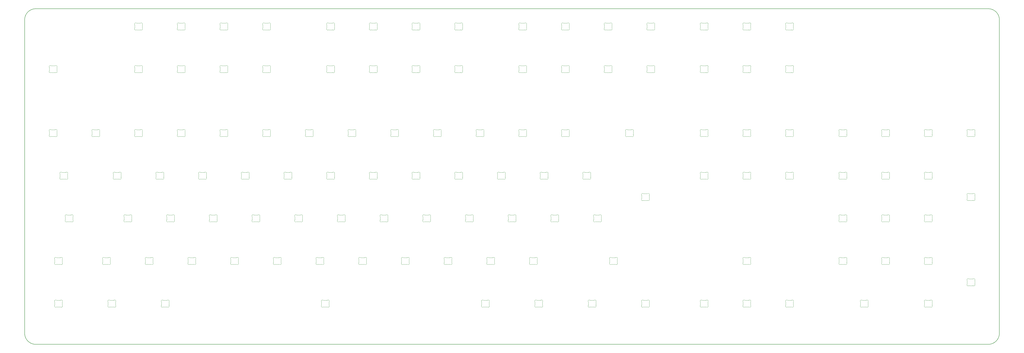
<source format=gbr>
%TF.GenerationSoftware,KiCad,Pcbnew,8.0.8*%
%TF.CreationDate,2025-04-23T12:27:24+02:00*%
%TF.ProjectId,Clavier,436c6176-6965-4722-9e6b-696361645f70,0.0*%
%TF.SameCoordinates,Original*%
%TF.FileFunction,Profile,NP*%
%FSLAX46Y46*%
G04 Gerber Fmt 4.6, Leading zero omitted, Abs format (unit mm)*
G04 Created by KiCad (PCBNEW 8.0.8) date 2025-04-23 12:27:24*
%MOMM*%
%LPD*%
G01*
G04 APERTURE LIST*
%TA.AperFunction,Profile*%
%ADD10C,0.200000*%
%TD*%
%TA.AperFunction,Profile*%
%ADD11C,0.100000*%
%TD*%
G04 APERTURE END LIST*
D10*
X521414176Y-113178000D02*
X521414176Y-253178000D01*
X86414176Y-253178000D02*
X86414176Y-113178000D01*
X516414176Y-108178000D02*
G75*
G02*
X521414200Y-113178000I24J-5000000D01*
G01*
X516414176Y-258178000D02*
X91414176Y-258178000D01*
X91414176Y-258178000D02*
G75*
G02*
X86414200Y-253178000I24J5000000D01*
G01*
X86414176Y-113178000D02*
G75*
G02*
X91414176Y-108177976I5000024J0D01*
G01*
X521414176Y-253178000D02*
G75*
G02*
X516414176Y-258177976I-4999976J0D01*
G01*
X91414176Y-108178000D02*
X516414176Y-108178000D01*
D11*
%TO.C,LED31*%
X426052501Y-134482159D02*
X426052501Y-135887843D01*
X426958047Y-136685000D02*
X428546952Y-136685000D01*
X428546952Y-133685001D02*
X426958048Y-133685001D01*
X429452499Y-135887843D02*
X429452499Y-134482159D01*
X426003016Y-134265281D02*
G75*
G02*
X426052501Y-134482159I-450505J-216876D01*
G01*
X426003016Y-134265282D02*
G75*
G02*
X426705789Y-133616702I450514J216880D01*
G01*
X426052501Y-135887844D02*
G75*
G02*
X426003016Y-136104721I-499990J-1D01*
G01*
X426705789Y-136753299D02*
G75*
G02*
X426003017Y-136104721I-252258J431700D01*
G01*
X426705789Y-136753299D02*
G75*
G02*
X426958047Y-136685000I252261J-431710D01*
G01*
X426958048Y-133685001D02*
G75*
G02*
X426705789Y-133616702I2J500009D01*
G01*
X428546953Y-136685001D02*
G75*
G02*
X428799211Y-136753300I-3J-500009D01*
G01*
X428799210Y-133616702D02*
G75*
G02*
X428546952Y-133685000I-252260J431712D01*
G01*
X428799211Y-133616704D02*
G75*
G02*
X429501980Y-134265279I252259J-431696D01*
G01*
X429452499Y-134482158D02*
G75*
G02*
X429501984Y-134265281I500351J-82D01*
G01*
X429501984Y-136104721D02*
G75*
G02*
X428799211Y-136753300I-450514J-216879D01*
G01*
X429501984Y-136104721D02*
G75*
G02*
X429452487Y-135887843I451016J217021D01*
G01*
%TO.C,LED46*%
X387952501Y-163057159D02*
X387952501Y-164462843D01*
X388858047Y-165260000D02*
X390446952Y-165260000D01*
X390446952Y-162260001D02*
X388858048Y-162260001D01*
X391352499Y-164462843D02*
X391352499Y-163057159D01*
X387903016Y-162840281D02*
G75*
G02*
X387952501Y-163057159I-450505J-216876D01*
G01*
X387903016Y-162840282D02*
G75*
G02*
X388605789Y-162191702I450514J216880D01*
G01*
X387952501Y-164462844D02*
G75*
G02*
X387903016Y-164679721I-499990J-1D01*
G01*
X388605789Y-165328299D02*
G75*
G02*
X387903017Y-164679721I-252258J431700D01*
G01*
X388605789Y-165328299D02*
G75*
G02*
X388858047Y-165260000I252261J-431710D01*
G01*
X388858048Y-162260001D02*
G75*
G02*
X388605789Y-162191702I2J500009D01*
G01*
X390446953Y-165260001D02*
G75*
G02*
X390699211Y-165328300I-3J-500009D01*
G01*
X390699210Y-162191702D02*
G75*
G02*
X390446952Y-162260000I-252260J431712D01*
G01*
X390699211Y-162191704D02*
G75*
G02*
X391401980Y-162840279I252259J-431696D01*
G01*
X391352499Y-163057158D02*
G75*
G02*
X391401984Y-162840281I500351J-82D01*
G01*
X391401984Y-164679721D02*
G75*
G02*
X390699211Y-165328300I-450514J-216879D01*
G01*
X391401984Y-164679721D02*
G75*
G02*
X391352487Y-164462843I451016J217021D01*
G01*
%TO.C,LED10*%
X326040001Y-115432159D02*
X326040001Y-116837843D01*
X326945547Y-117635000D02*
X328534452Y-117635000D01*
X328534452Y-114635001D02*
X326945548Y-114635001D01*
X329439999Y-116837843D02*
X329439999Y-115432159D01*
X325990516Y-115215281D02*
G75*
G02*
X326040001Y-115432159I-450505J-216876D01*
G01*
X325990516Y-115215282D02*
G75*
G02*
X326693289Y-114566702I450514J216880D01*
G01*
X326040001Y-116837844D02*
G75*
G02*
X325990516Y-117054721I-499990J-1D01*
G01*
X326693289Y-117703299D02*
G75*
G02*
X325990517Y-117054721I-252258J431700D01*
G01*
X326693289Y-117703299D02*
G75*
G02*
X326945547Y-117635000I252261J-431710D01*
G01*
X326945548Y-114635001D02*
G75*
G02*
X326693289Y-114566702I2J500009D01*
G01*
X328534453Y-117635001D02*
G75*
G02*
X328786711Y-117703300I-3J-500009D01*
G01*
X328786710Y-114566702D02*
G75*
G02*
X328534452Y-114635000I-252260J431712D01*
G01*
X328786711Y-114566704D02*
G75*
G02*
X329489480Y-115215279I252259J-431696D01*
G01*
X329439999Y-115432158D02*
G75*
G02*
X329489484Y-115215281I500351J-82D01*
G01*
X329489484Y-117054721D02*
G75*
G02*
X328786711Y-117703300I-450514J-216879D01*
G01*
X329489484Y-117054721D02*
G75*
G02*
X329439987Y-116837843I451016J217021D01*
G01*
%TO.C,LED77*%
X168877501Y-201157159D02*
X168877501Y-202562843D01*
X169783047Y-203360000D02*
X171371952Y-203360000D01*
X171371952Y-200360001D02*
X169783048Y-200360001D01*
X172277499Y-202562843D02*
X172277499Y-201157159D01*
X168828016Y-200940281D02*
G75*
G02*
X168877501Y-201157159I-450505J-216876D01*
G01*
X168828016Y-200940282D02*
G75*
G02*
X169530789Y-200291702I450514J216880D01*
G01*
X168877501Y-202562844D02*
G75*
G02*
X168828016Y-202779721I-499990J-1D01*
G01*
X169530789Y-203428299D02*
G75*
G02*
X168828017Y-202779721I-252258J431700D01*
G01*
X169530789Y-203428299D02*
G75*
G02*
X169783047Y-203360000I252261J-431710D01*
G01*
X169783048Y-200360001D02*
G75*
G02*
X169530789Y-200291702I2J500009D01*
G01*
X171371953Y-203360001D02*
G75*
G02*
X171624211Y-203428300I-3J-500009D01*
G01*
X171624210Y-200291702D02*
G75*
G02*
X171371952Y-200360000I-252260J431712D01*
G01*
X171624211Y-200291704D02*
G75*
G02*
X172326980Y-200940279I252259J-431696D01*
G01*
X172277499Y-201157158D02*
G75*
G02*
X172326984Y-200940281I500351J-82D01*
G01*
X172326984Y-202779721D02*
G75*
G02*
X171624211Y-203428300I-450514J-216879D01*
G01*
X172326984Y-202779721D02*
G75*
G02*
X172277487Y-202562843I451016J217021D01*
G01*
%TO.C,LED24*%
X278415001Y-134482159D02*
X278415001Y-135887843D01*
X279320547Y-136685000D02*
X280909452Y-136685000D01*
X280909452Y-133685001D02*
X279320548Y-133685001D01*
X281814999Y-135887843D02*
X281814999Y-134482159D01*
X278365516Y-134265281D02*
G75*
G02*
X278415001Y-134482159I-450505J-216876D01*
G01*
X278365516Y-134265282D02*
G75*
G02*
X279068289Y-133616702I450514J216880D01*
G01*
X278415001Y-135887844D02*
G75*
G02*
X278365516Y-136104721I-499990J-1D01*
G01*
X279068289Y-136753299D02*
G75*
G02*
X278365517Y-136104721I-252258J431700D01*
G01*
X279068289Y-136753299D02*
G75*
G02*
X279320547Y-136685000I252261J-431710D01*
G01*
X279320548Y-133685001D02*
G75*
G02*
X279068289Y-133616702I2J500009D01*
G01*
X280909453Y-136685001D02*
G75*
G02*
X281161711Y-136753300I-3J-500009D01*
G01*
X281161710Y-133616702D02*
G75*
G02*
X280909452Y-133685000I-252260J431712D01*
G01*
X281161711Y-133616704D02*
G75*
G02*
X281864480Y-134265279I252259J-431696D01*
G01*
X281814999Y-134482158D02*
G75*
G02*
X281864484Y-134265281I500351J-82D01*
G01*
X281864484Y-136104721D02*
G75*
G02*
X281161711Y-136753300I-450514J-216879D01*
G01*
X281864484Y-136104721D02*
G75*
G02*
X281814987Y-135887843I451016J217021D01*
G01*
%TO.C,LED47*%
X407002501Y-163057159D02*
X407002501Y-164462843D01*
X407908047Y-165260000D02*
X409496952Y-165260000D01*
X409496952Y-162260001D02*
X407908048Y-162260001D01*
X410402499Y-164462843D02*
X410402499Y-163057159D01*
X406953016Y-162840281D02*
G75*
G02*
X407002501Y-163057159I-450505J-216876D01*
G01*
X406953016Y-162840282D02*
G75*
G02*
X407655789Y-162191702I450514J216880D01*
G01*
X407002501Y-164462844D02*
G75*
G02*
X406953016Y-164679721I-499990J-1D01*
G01*
X407655789Y-165328299D02*
G75*
G02*
X406953017Y-164679721I-252258J431700D01*
G01*
X407655789Y-165328299D02*
G75*
G02*
X407908047Y-165260000I252261J-431710D01*
G01*
X407908048Y-162260001D02*
G75*
G02*
X407655789Y-162191702I2J500009D01*
G01*
X409496953Y-165260001D02*
G75*
G02*
X409749211Y-165328300I-3J-500009D01*
G01*
X409749210Y-162191702D02*
G75*
G02*
X409496952Y-162260000I-252260J431712D01*
G01*
X409749211Y-162191704D02*
G75*
G02*
X410451980Y-162840279I252259J-431696D01*
G01*
X410402499Y-163057158D02*
G75*
G02*
X410451984Y-162840281I500351J-82D01*
G01*
X410451984Y-164679721D02*
G75*
G02*
X409749211Y-165328300I-450514J-216879D01*
G01*
X410451984Y-164679721D02*
G75*
G02*
X410402487Y-164462843I451016J217021D01*
G01*
%TO.C,LED89*%
X487965001Y-201157159D02*
X487965001Y-202562843D01*
X488870547Y-203360000D02*
X490459452Y-203360000D01*
X490459452Y-200360001D02*
X488870548Y-200360001D01*
X491364999Y-202562843D02*
X491364999Y-201157159D01*
X487915516Y-200940281D02*
G75*
G02*
X487965001Y-201157159I-450505J-216876D01*
G01*
X487915516Y-200940282D02*
G75*
G02*
X488618289Y-200291702I450514J216880D01*
G01*
X487965001Y-202562844D02*
G75*
G02*
X487915516Y-202779721I-499990J-1D01*
G01*
X488618289Y-203428299D02*
G75*
G02*
X487915517Y-202779721I-252258J431700D01*
G01*
X488618289Y-203428299D02*
G75*
G02*
X488870547Y-203360000I252261J-431710D01*
G01*
X488870548Y-200360001D02*
G75*
G02*
X488618289Y-200291702I2J500009D01*
G01*
X490459453Y-203360001D02*
G75*
G02*
X490711711Y-203428300I-3J-500009D01*
G01*
X490711710Y-200291702D02*
G75*
G02*
X490459452Y-200360000I-252260J431712D01*
G01*
X490711711Y-200291704D02*
G75*
G02*
X491414480Y-200940279I252259J-431696D01*
G01*
X491364999Y-201157158D02*
G75*
G02*
X491414484Y-200940281I500351J-82D01*
G01*
X491414484Y-202779721D02*
G75*
G02*
X490711711Y-203428300I-450514J-216879D01*
G01*
X491414484Y-202779721D02*
G75*
G02*
X491364987Y-202562843I451016J217021D01*
G01*
%TO.C,LED49*%
X449865001Y-163057159D02*
X449865001Y-164462843D01*
X450770547Y-165260000D02*
X452359452Y-165260000D01*
X452359452Y-162260001D02*
X450770548Y-162260001D01*
X453264999Y-164462843D02*
X453264999Y-163057159D01*
X449815516Y-162840281D02*
G75*
G02*
X449865001Y-163057159I-450505J-216876D01*
G01*
X449815516Y-162840282D02*
G75*
G02*
X450518289Y-162191702I450514J216880D01*
G01*
X449865001Y-164462844D02*
G75*
G02*
X449815516Y-164679721I-499990J-1D01*
G01*
X450518289Y-165328299D02*
G75*
G02*
X449815517Y-164679721I-252258J431700D01*
G01*
X450518289Y-165328299D02*
G75*
G02*
X450770547Y-165260000I252261J-431710D01*
G01*
X450770548Y-162260001D02*
G75*
G02*
X450518289Y-162191702I2J500009D01*
G01*
X452359453Y-165260001D02*
G75*
G02*
X452611711Y-165328300I-3J-500009D01*
G01*
X452611710Y-162191702D02*
G75*
G02*
X452359452Y-162260000I-252260J431712D01*
G01*
X452611711Y-162191704D02*
G75*
G02*
X453314480Y-162840279I252259J-431696D01*
G01*
X453264999Y-163057158D02*
G75*
G02*
X453314484Y-162840281I500351J-82D01*
G01*
X453314484Y-164679721D02*
G75*
G02*
X452611711Y-165328300I-450514J-216879D01*
G01*
X453314484Y-164679721D02*
G75*
G02*
X453264987Y-164462843I451016J217021D01*
G01*
%TO.C,LED4*%
X192690001Y-115432159D02*
X192690001Y-116837843D01*
X193595547Y-117635000D02*
X195184452Y-117635000D01*
X195184452Y-114635001D02*
X193595548Y-114635001D01*
X196089999Y-116837843D02*
X196089999Y-115432159D01*
X192640516Y-115215281D02*
G75*
G02*
X192690001Y-115432159I-450505J-216876D01*
G01*
X192640516Y-115215282D02*
G75*
G02*
X193343289Y-114566702I450514J216880D01*
G01*
X192690001Y-116837844D02*
G75*
G02*
X192640516Y-117054721I-499990J-1D01*
G01*
X193343289Y-117703299D02*
G75*
G02*
X192640517Y-117054721I-252258J431700D01*
G01*
X193343289Y-117703299D02*
G75*
G02*
X193595547Y-117635000I252261J-431710D01*
G01*
X193595548Y-114635001D02*
G75*
G02*
X193343289Y-114566702I2J500009D01*
G01*
X195184453Y-117635001D02*
G75*
G02*
X195436711Y-117703300I-3J-500009D01*
G01*
X195436710Y-114566702D02*
G75*
G02*
X195184452Y-114635000I-252260J431712D01*
G01*
X195436711Y-114566704D02*
G75*
G02*
X196139480Y-115215279I252259J-431696D01*
G01*
X196089999Y-115432158D02*
G75*
G02*
X196139484Y-115215281I500351J-82D01*
G01*
X196139484Y-117054721D02*
G75*
G02*
X195436711Y-117703300I-450514J-216879D01*
G01*
X196139484Y-117054721D02*
G75*
G02*
X196089987Y-116837843I451016J217021D01*
G01*
%TO.C,LED83*%
X283177501Y-201157159D02*
X283177501Y-202562843D01*
X284083047Y-203360000D02*
X285671952Y-203360000D01*
X285671952Y-200360001D02*
X284083048Y-200360001D01*
X286577499Y-202562843D02*
X286577499Y-201157159D01*
X283128016Y-200940281D02*
G75*
G02*
X283177501Y-201157159I-450505J-216876D01*
G01*
X283128016Y-200940282D02*
G75*
G02*
X283830789Y-200291702I450514J216880D01*
G01*
X283177501Y-202562844D02*
G75*
G02*
X283128016Y-202779721I-499990J-1D01*
G01*
X283830789Y-203428299D02*
G75*
G02*
X283128017Y-202779721I-252258J431700D01*
G01*
X283830789Y-203428299D02*
G75*
G02*
X284083047Y-203360000I252261J-431710D01*
G01*
X284083048Y-200360001D02*
G75*
G02*
X283830789Y-200291702I2J500009D01*
G01*
X285671953Y-203360001D02*
G75*
G02*
X285924211Y-203428300I-3J-500009D01*
G01*
X285924210Y-200291702D02*
G75*
G02*
X285671952Y-200360000I-252260J431712D01*
G01*
X285924211Y-200291704D02*
G75*
G02*
X286626980Y-200940279I252259J-431696D01*
G01*
X286577499Y-201157158D02*
G75*
G02*
X286626984Y-200940281I500351J-82D01*
G01*
X286626984Y-202779721D02*
G75*
G02*
X285924211Y-203428300I-450514J-216879D01*
G01*
X286626984Y-202779721D02*
G75*
G02*
X286577487Y-202562843I451016J217021D01*
G01*
%TO.C,LED14*%
X407002501Y-115432159D02*
X407002501Y-116837843D01*
X407908047Y-117635000D02*
X409496952Y-117635000D01*
X409496952Y-114635001D02*
X407908048Y-114635001D01*
X410402499Y-116837843D02*
X410402499Y-115432159D01*
X406953016Y-115215281D02*
G75*
G02*
X407002501Y-115432159I-450505J-216876D01*
G01*
X406953016Y-115215282D02*
G75*
G02*
X407655789Y-114566702I450514J216880D01*
G01*
X407002501Y-116837844D02*
G75*
G02*
X406953016Y-117054721I-499990J-1D01*
G01*
X407655789Y-117703299D02*
G75*
G02*
X406953017Y-117054721I-252258J431700D01*
G01*
X407655789Y-117703299D02*
G75*
G02*
X407908047Y-117635000I252261J-431710D01*
G01*
X407908048Y-114635001D02*
G75*
G02*
X407655789Y-114566702I2J500009D01*
G01*
X409496953Y-117635001D02*
G75*
G02*
X409749211Y-117703300I-3J-500009D01*
G01*
X409749210Y-114566702D02*
G75*
G02*
X409496952Y-114635000I-252260J431712D01*
G01*
X409749211Y-114566704D02*
G75*
G02*
X410451980Y-115215279I252259J-431696D01*
G01*
X410402499Y-115432158D02*
G75*
G02*
X410451984Y-115215281I500351J-82D01*
G01*
X410451984Y-117054721D02*
G75*
G02*
X409749211Y-117703300I-450514J-216879D01*
G01*
X410451984Y-117054721D02*
G75*
G02*
X410402487Y-116837843I451016J217021D01*
G01*
%TO.C,LED9*%
X306990001Y-115432159D02*
X306990001Y-116837843D01*
X307895547Y-117635000D02*
X309484452Y-117635000D01*
X309484452Y-114635001D02*
X307895548Y-114635001D01*
X310389999Y-116837843D02*
X310389999Y-115432159D01*
X306940516Y-115215281D02*
G75*
G02*
X306990001Y-115432159I-450505J-216876D01*
G01*
X306940516Y-115215282D02*
G75*
G02*
X307643289Y-114566702I450514J216880D01*
G01*
X306990001Y-116837844D02*
G75*
G02*
X306940516Y-117054721I-499990J-1D01*
G01*
X307643289Y-117703299D02*
G75*
G02*
X306940517Y-117054721I-252258J431700D01*
G01*
X307643289Y-117703299D02*
G75*
G02*
X307895547Y-117635000I252261J-431710D01*
G01*
X307895548Y-114635001D02*
G75*
G02*
X307643289Y-114566702I2J500009D01*
G01*
X309484453Y-117635001D02*
G75*
G02*
X309736711Y-117703300I-3J-500009D01*
G01*
X309736710Y-114566702D02*
G75*
G02*
X309484452Y-114635000I-252260J431712D01*
G01*
X309736711Y-114566704D02*
G75*
G02*
X310439480Y-115215279I252259J-431696D01*
G01*
X310389999Y-115432158D02*
G75*
G02*
X310439484Y-115215281I500351J-82D01*
G01*
X310439484Y-117054721D02*
G75*
G02*
X309736711Y-117703300I-450514J-216879D01*
G01*
X310439484Y-117054721D02*
G75*
G02*
X310389987Y-116837843I451016J217021D01*
G01*
%TO.C,LED111*%
X218883751Y-239257159D02*
X218883751Y-240662843D01*
X219789297Y-241460000D02*
X221378202Y-241460000D01*
X221378202Y-238460001D02*
X219789298Y-238460001D01*
X222283749Y-240662843D02*
X222283749Y-239257159D01*
X218834266Y-239040281D02*
G75*
G02*
X218883751Y-239257159I-450505J-216876D01*
G01*
X218834266Y-239040282D02*
G75*
G02*
X219537039Y-238391702I450514J216880D01*
G01*
X218883751Y-240662844D02*
G75*
G02*
X218834266Y-240879721I-499990J-1D01*
G01*
X219537039Y-241528299D02*
G75*
G02*
X218834267Y-240879721I-252258J431700D01*
G01*
X219537039Y-241528299D02*
G75*
G02*
X219789297Y-241460000I252261J-431710D01*
G01*
X219789298Y-238460001D02*
G75*
G02*
X219537039Y-238391702I2J500009D01*
G01*
X221378203Y-241460001D02*
G75*
G02*
X221630461Y-241528300I-3J-500009D01*
G01*
X221630460Y-238391702D02*
G75*
G02*
X221378202Y-238460000I-252260J431712D01*
G01*
X221630461Y-238391704D02*
G75*
G02*
X222333230Y-239040279I252259J-431696D01*
G01*
X222283749Y-239257158D02*
G75*
G02*
X222333234Y-239040281I500351J-82D01*
G01*
X222333234Y-240879721D02*
G75*
G02*
X221630461Y-241528300I-450514J-216879D01*
G01*
X222333234Y-240879721D02*
G75*
G02*
X222283737Y-240662843I451016J217021D01*
G01*
%TO.C,LED71*%
X468915001Y-182107159D02*
X468915001Y-183512843D01*
X469820547Y-184310000D02*
X471409452Y-184310000D01*
X471409452Y-181310001D02*
X469820548Y-181310001D01*
X472314999Y-183512843D02*
X472314999Y-182107159D01*
X468865516Y-181890281D02*
G75*
G02*
X468915001Y-182107159I-450505J-216876D01*
G01*
X468865516Y-181890282D02*
G75*
G02*
X469568289Y-181241702I450514J216880D01*
G01*
X468915001Y-183512844D02*
G75*
G02*
X468865516Y-183729721I-499990J-1D01*
G01*
X469568289Y-184378299D02*
G75*
G02*
X468865517Y-183729721I-252258J431700D01*
G01*
X469568289Y-184378299D02*
G75*
G02*
X469820547Y-184310000I252261J-431710D01*
G01*
X469820548Y-181310001D02*
G75*
G02*
X469568289Y-181241702I2J500009D01*
G01*
X471409453Y-184310001D02*
G75*
G02*
X471661711Y-184378300I-3J-500009D01*
G01*
X471661710Y-181241702D02*
G75*
G02*
X471409452Y-181310000I-252260J431712D01*
G01*
X471661711Y-181241704D02*
G75*
G02*
X472364480Y-181890279I252259J-431696D01*
G01*
X472314999Y-182107158D02*
G75*
G02*
X472364484Y-181890281I500351J-82D01*
G01*
X472364484Y-183729721D02*
G75*
G02*
X471661711Y-184378300I-450514J-216879D01*
G01*
X472364484Y-183729721D02*
G75*
G02*
X472314987Y-183512843I451016J217021D01*
G01*
%TO.C,LED34*%
X135540001Y-163057159D02*
X135540001Y-164462843D01*
X136445547Y-165260000D02*
X138034452Y-165260000D01*
X138034452Y-162260001D02*
X136445548Y-162260001D01*
X138939999Y-164462843D02*
X138939999Y-163057159D01*
X135490516Y-162840281D02*
G75*
G02*
X135540001Y-163057159I-450505J-216876D01*
G01*
X135490516Y-162840282D02*
G75*
G02*
X136193289Y-162191702I450514J216880D01*
G01*
X135540001Y-164462844D02*
G75*
G02*
X135490516Y-164679721I-499990J-1D01*
G01*
X136193289Y-165328299D02*
G75*
G02*
X135490517Y-164679721I-252258J431700D01*
G01*
X136193289Y-165328299D02*
G75*
G02*
X136445547Y-165260000I252261J-431710D01*
G01*
X136445548Y-162260001D02*
G75*
G02*
X136193289Y-162191702I2J500009D01*
G01*
X138034453Y-165260001D02*
G75*
G02*
X138286711Y-165328300I-3J-500009D01*
G01*
X138286710Y-162191702D02*
G75*
G02*
X138034452Y-162260000I-252260J431712D01*
G01*
X138286711Y-162191704D02*
G75*
G02*
X138989480Y-162840279I252259J-431696D01*
G01*
X138939999Y-163057158D02*
G75*
G02*
X138989484Y-162840281I500351J-82D01*
G01*
X138989484Y-164679721D02*
G75*
G02*
X138286711Y-165328300I-450514J-216879D01*
G01*
X138989484Y-164679721D02*
G75*
G02*
X138939987Y-164462843I451016J217021D01*
G01*
%TO.C,LED43*%
X306990001Y-163057159D02*
X306990001Y-164462843D01*
X307895547Y-165260000D02*
X309484452Y-165260000D01*
X309484452Y-162260001D02*
X307895548Y-162260001D01*
X310389999Y-164462843D02*
X310389999Y-163057159D01*
X306940516Y-162840281D02*
G75*
G02*
X306990001Y-163057159I-450505J-216876D01*
G01*
X306940516Y-162840282D02*
G75*
G02*
X307643289Y-162191702I450514J216880D01*
G01*
X306990001Y-164462844D02*
G75*
G02*
X306940516Y-164679721I-499990J-1D01*
G01*
X307643289Y-165328299D02*
G75*
G02*
X306940517Y-164679721I-252258J431700D01*
G01*
X307643289Y-165328299D02*
G75*
G02*
X307895547Y-165260000I252261J-431710D01*
G01*
X307895548Y-162260001D02*
G75*
G02*
X307643289Y-162191702I2J500009D01*
G01*
X309484453Y-165260001D02*
G75*
G02*
X309736711Y-165328300I-3J-500009D01*
G01*
X309736710Y-162191702D02*
G75*
G02*
X309484452Y-162260000I-252260J431712D01*
G01*
X309736711Y-162191704D02*
G75*
G02*
X310439480Y-162840279I252259J-431696D01*
G01*
X310389999Y-163057158D02*
G75*
G02*
X310439484Y-162840281I500351J-82D01*
G01*
X310439484Y-164679721D02*
G75*
G02*
X309736711Y-165328300I-450514J-216879D01*
G01*
X310439484Y-164679721D02*
G75*
G02*
X310389987Y-164462843I451016J217021D01*
G01*
%TO.C,LED25*%
X306990001Y-134482159D02*
X306990001Y-135887843D01*
X307895547Y-136685000D02*
X309484452Y-136685000D01*
X309484452Y-133685001D02*
X307895548Y-133685001D01*
X310389999Y-135887843D02*
X310389999Y-134482159D01*
X306940516Y-134265281D02*
G75*
G02*
X306990001Y-134482159I-450505J-216876D01*
G01*
X306940516Y-134265282D02*
G75*
G02*
X307643289Y-133616702I450514J216880D01*
G01*
X306990001Y-135887844D02*
G75*
G02*
X306940516Y-136104721I-499990J-1D01*
G01*
X307643289Y-136753299D02*
G75*
G02*
X306940517Y-136104721I-252258J431700D01*
G01*
X307643289Y-136753299D02*
G75*
G02*
X307895547Y-136685000I252261J-431710D01*
G01*
X307895548Y-133685001D02*
G75*
G02*
X307643289Y-133616702I2J500009D01*
G01*
X309484453Y-136685001D02*
G75*
G02*
X309736711Y-136753300I-3J-500009D01*
G01*
X309736710Y-133616702D02*
G75*
G02*
X309484452Y-133685000I-252260J431712D01*
G01*
X309736711Y-133616704D02*
G75*
G02*
X310439480Y-134265279I252259J-431696D01*
G01*
X310389999Y-134482158D02*
G75*
G02*
X310439484Y-134265281I500351J-82D01*
G01*
X310439484Y-136104721D02*
G75*
G02*
X309736711Y-136753300I-450514J-216879D01*
G01*
X310439484Y-136104721D02*
G75*
G02*
X310389987Y-135887843I451016J217021D01*
G01*
%TO.C,LED62*%
X278415001Y-182107159D02*
X278415001Y-183512843D01*
X279320547Y-184310000D02*
X280909452Y-184310000D01*
X280909452Y-181310001D02*
X279320548Y-181310001D01*
X281814999Y-183512843D02*
X281814999Y-182107159D01*
X278365516Y-181890281D02*
G75*
G02*
X278415001Y-182107159I-450505J-216876D01*
G01*
X278365516Y-181890282D02*
G75*
G02*
X279068289Y-181241702I450514J216880D01*
G01*
X278415001Y-183512844D02*
G75*
G02*
X278365516Y-183729721I-499990J-1D01*
G01*
X279068289Y-184378299D02*
G75*
G02*
X278365517Y-183729721I-252258J431700D01*
G01*
X279068289Y-184378299D02*
G75*
G02*
X279320547Y-184310000I252261J-431710D01*
G01*
X279320548Y-181310001D02*
G75*
G02*
X279068289Y-181241702I2J500009D01*
G01*
X280909453Y-184310001D02*
G75*
G02*
X281161711Y-184378300I-3J-500009D01*
G01*
X281161710Y-181241702D02*
G75*
G02*
X280909452Y-181310000I-252260J431712D01*
G01*
X281161711Y-181241704D02*
G75*
G02*
X281864480Y-181890279I252259J-431696D01*
G01*
X281814999Y-182107158D02*
G75*
G02*
X281864484Y-181890281I500351J-82D01*
G01*
X281864484Y-183729721D02*
G75*
G02*
X281161711Y-184378300I-450514J-216879D01*
G01*
X281864484Y-183729721D02*
G75*
G02*
X281814987Y-183512843I451016J217021D01*
G01*
%TO.C,LED107*%
X507015001Y-229732159D02*
X507015001Y-231137843D01*
X507920547Y-231935000D02*
X509509452Y-231935000D01*
X509509452Y-228935001D02*
X507920548Y-228935001D01*
X510414999Y-231137843D02*
X510414999Y-229732159D01*
X506965516Y-229515281D02*
G75*
G02*
X507015001Y-229732159I-450505J-216876D01*
G01*
X506965516Y-229515282D02*
G75*
G02*
X507668289Y-228866702I450514J216880D01*
G01*
X507015001Y-231137844D02*
G75*
G02*
X506965516Y-231354721I-499990J-1D01*
G01*
X507668289Y-232003299D02*
G75*
G02*
X506965517Y-231354721I-252258J431700D01*
G01*
X507668289Y-232003299D02*
G75*
G02*
X507920547Y-231935000I252261J-431710D01*
G01*
X507920548Y-228935001D02*
G75*
G02*
X507668289Y-228866702I2J500009D01*
G01*
X509509453Y-231935001D02*
G75*
G02*
X509761711Y-232003300I-3J-500009D01*
G01*
X509761710Y-228866702D02*
G75*
G02*
X509509452Y-228935000I-252260J431712D01*
G01*
X509761711Y-228866704D02*
G75*
G02*
X510464480Y-229515279I252259J-431696D01*
G01*
X510414999Y-229732158D02*
G75*
G02*
X510464484Y-229515281I500351J-82D01*
G01*
X510464484Y-231354721D02*
G75*
G02*
X509761711Y-232003300I-450514J-216879D01*
G01*
X510464484Y-231354721D02*
G75*
G02*
X510414987Y-231137843I451016J217021D01*
G01*
%TO.C,LED56*%
X164115001Y-182107159D02*
X164115001Y-183512843D01*
X165020547Y-184310000D02*
X166609452Y-184310000D01*
X166609452Y-181310001D02*
X165020548Y-181310001D01*
X167514999Y-183512843D02*
X167514999Y-182107159D01*
X164065516Y-181890281D02*
G75*
G02*
X164115001Y-182107159I-450505J-216876D01*
G01*
X164065516Y-181890282D02*
G75*
G02*
X164768289Y-181241702I450514J216880D01*
G01*
X164115001Y-183512844D02*
G75*
G02*
X164065516Y-183729721I-499990J-1D01*
G01*
X164768289Y-184378299D02*
G75*
G02*
X164065517Y-183729721I-252258J431700D01*
G01*
X164768289Y-184378299D02*
G75*
G02*
X165020547Y-184310000I252261J-431710D01*
G01*
X165020548Y-181310001D02*
G75*
G02*
X164768289Y-181241702I2J500009D01*
G01*
X166609453Y-184310001D02*
G75*
G02*
X166861711Y-184378300I-3J-500009D01*
G01*
X166861710Y-181241702D02*
G75*
G02*
X166609452Y-181310000I-252260J431712D01*
G01*
X166861711Y-181241704D02*
G75*
G02*
X167564480Y-181890279I252259J-431696D01*
G01*
X167514999Y-182107158D02*
G75*
G02*
X167564484Y-181890281I500351J-82D01*
G01*
X167564484Y-183729721D02*
G75*
G02*
X166861711Y-184378300I-450514J-216879D01*
G01*
X167564484Y-183729721D02*
G75*
G02*
X167514987Y-183512843I451016J217021D01*
G01*
%TO.C,LED97*%
X235552501Y-220207159D02*
X235552501Y-221612843D01*
X236458047Y-222410000D02*
X238046952Y-222410000D01*
X238046952Y-219410001D02*
X236458048Y-219410001D01*
X238952499Y-221612843D02*
X238952499Y-220207159D01*
X235503016Y-219990281D02*
G75*
G02*
X235552501Y-220207159I-450505J-216876D01*
G01*
X235503016Y-219990282D02*
G75*
G02*
X236205789Y-219341702I450514J216880D01*
G01*
X235552501Y-221612844D02*
G75*
G02*
X235503016Y-221829721I-499990J-1D01*
G01*
X236205789Y-222478299D02*
G75*
G02*
X235503017Y-221829721I-252258J431700D01*
G01*
X236205789Y-222478299D02*
G75*
G02*
X236458047Y-222410000I252261J-431710D01*
G01*
X236458048Y-219410001D02*
G75*
G02*
X236205789Y-219341702I2J500009D01*
G01*
X238046953Y-222410001D02*
G75*
G02*
X238299211Y-222478300I-3J-500009D01*
G01*
X238299210Y-219341702D02*
G75*
G02*
X238046952Y-219410000I-252260J431712D01*
G01*
X238299211Y-219341704D02*
G75*
G02*
X239001980Y-219990279I252259J-431696D01*
G01*
X238952499Y-220207158D02*
G75*
G02*
X239001984Y-219990281I500351J-82D01*
G01*
X239001984Y-221829721D02*
G75*
G02*
X238299211Y-222478300I-450514J-216879D01*
G01*
X239001984Y-221829721D02*
G75*
G02*
X238952487Y-221612843I451016J217021D01*
G01*
%TO.C,LED64*%
X316515001Y-182107159D02*
X316515001Y-183512843D01*
X317420547Y-184310000D02*
X319009452Y-184310000D01*
X319009452Y-181310001D02*
X317420548Y-181310001D01*
X319914999Y-183512843D02*
X319914999Y-182107159D01*
X316465516Y-181890281D02*
G75*
G02*
X316515001Y-182107159I-450505J-216876D01*
G01*
X316465516Y-181890282D02*
G75*
G02*
X317168289Y-181241702I450514J216880D01*
G01*
X316515001Y-183512844D02*
G75*
G02*
X316465516Y-183729721I-499990J-1D01*
G01*
X317168289Y-184378299D02*
G75*
G02*
X316465517Y-183729721I-252258J431700D01*
G01*
X317168289Y-184378299D02*
G75*
G02*
X317420547Y-184310000I252261J-431710D01*
G01*
X317420548Y-181310001D02*
G75*
G02*
X317168289Y-181241702I2J500009D01*
G01*
X319009453Y-184310001D02*
G75*
G02*
X319261711Y-184378300I-3J-500009D01*
G01*
X319261710Y-181241702D02*
G75*
G02*
X319009452Y-181310000I-252260J431712D01*
G01*
X319261711Y-181241704D02*
G75*
G02*
X319964480Y-181890279I252259J-431696D01*
G01*
X319914999Y-182107158D02*
G75*
G02*
X319964484Y-181890281I500351J-82D01*
G01*
X319964484Y-183729721D02*
G75*
G02*
X319261711Y-184378300I-450514J-216879D01*
G01*
X319964484Y-183729721D02*
G75*
G02*
X319914987Y-183512843I451016J217021D01*
G01*
%TO.C,LED29*%
X387952501Y-134482159D02*
X387952501Y-135887843D01*
X388858047Y-136685000D02*
X390446952Y-136685000D01*
X390446952Y-133685001D02*
X388858048Y-133685001D01*
X391352499Y-135887843D02*
X391352499Y-134482159D01*
X387903016Y-134265281D02*
G75*
G02*
X387952501Y-134482159I-450505J-216876D01*
G01*
X387903016Y-134265282D02*
G75*
G02*
X388605789Y-133616702I450514J216880D01*
G01*
X387952501Y-135887844D02*
G75*
G02*
X387903016Y-136104721I-499990J-1D01*
G01*
X388605789Y-136753299D02*
G75*
G02*
X387903017Y-136104721I-252258J431700D01*
G01*
X388605789Y-136753299D02*
G75*
G02*
X388858047Y-136685000I252261J-431710D01*
G01*
X388858048Y-133685001D02*
G75*
G02*
X388605789Y-133616702I2J500009D01*
G01*
X390446953Y-136685001D02*
G75*
G02*
X390699211Y-136753300I-3J-500009D01*
G01*
X390699210Y-133616702D02*
G75*
G02*
X390446952Y-133685000I-252260J431712D01*
G01*
X390699211Y-133616704D02*
G75*
G02*
X391401980Y-134265279I252259J-431696D01*
G01*
X391352499Y-134482158D02*
G75*
G02*
X391401984Y-134265281I500351J-82D01*
G01*
X391401984Y-136104721D02*
G75*
G02*
X390699211Y-136753300I-450514J-216879D01*
G01*
X391401984Y-136104721D02*
G75*
G02*
X391352487Y-135887843I451016J217021D01*
G01*
%TO.C,LED5*%
X221265001Y-115432159D02*
X221265001Y-116837843D01*
X222170547Y-117635000D02*
X223759452Y-117635000D01*
X223759452Y-114635001D02*
X222170548Y-114635001D01*
X224664999Y-116837843D02*
X224664999Y-115432159D01*
X221215516Y-115215281D02*
G75*
G02*
X221265001Y-115432159I-450505J-216876D01*
G01*
X221215516Y-115215282D02*
G75*
G02*
X221918289Y-114566702I450514J216880D01*
G01*
X221265001Y-116837844D02*
G75*
G02*
X221215516Y-117054721I-499990J-1D01*
G01*
X221918289Y-117703299D02*
G75*
G02*
X221215517Y-117054721I-252258J431700D01*
G01*
X221918289Y-117703299D02*
G75*
G02*
X222170547Y-117635000I252261J-431710D01*
G01*
X222170548Y-114635001D02*
G75*
G02*
X221918289Y-114566702I2J500009D01*
G01*
X223759453Y-117635001D02*
G75*
G02*
X224011711Y-117703300I-3J-500009D01*
G01*
X224011710Y-114566702D02*
G75*
G02*
X223759452Y-114635000I-252260J431712D01*
G01*
X224011711Y-114566704D02*
G75*
G02*
X224714480Y-115215279I252259J-431696D01*
G01*
X224664999Y-115432158D02*
G75*
G02*
X224714484Y-115215281I500351J-82D01*
G01*
X224714484Y-117054721D02*
G75*
G02*
X224011711Y-117703300I-450514J-216879D01*
G01*
X224714484Y-117054721D02*
G75*
G02*
X224664987Y-116837843I451016J217021D01*
G01*
%TO.C,LED69*%
X426052501Y-182107159D02*
X426052501Y-183512843D01*
X426958047Y-184310000D02*
X428546952Y-184310000D01*
X428546952Y-181310001D02*
X426958048Y-181310001D01*
X429452499Y-183512843D02*
X429452499Y-182107159D01*
X426003016Y-181890281D02*
G75*
G02*
X426052501Y-182107159I-450505J-216876D01*
G01*
X426003016Y-181890282D02*
G75*
G02*
X426705789Y-181241702I450514J216880D01*
G01*
X426052501Y-183512844D02*
G75*
G02*
X426003016Y-183729721I-499990J-1D01*
G01*
X426705789Y-184378299D02*
G75*
G02*
X426003017Y-183729721I-252258J431700D01*
G01*
X426705789Y-184378299D02*
G75*
G02*
X426958047Y-184310000I252261J-431710D01*
G01*
X426958048Y-181310001D02*
G75*
G02*
X426705789Y-181241702I2J500009D01*
G01*
X428546953Y-184310001D02*
G75*
G02*
X428799211Y-184378300I-3J-500009D01*
G01*
X428799210Y-181241702D02*
G75*
G02*
X428546952Y-181310000I-252260J431712D01*
G01*
X428799211Y-181241704D02*
G75*
G02*
X429501980Y-181890279I252259J-431696D01*
G01*
X429452499Y-182107158D02*
G75*
G02*
X429501984Y-181890281I500351J-82D01*
G01*
X429501984Y-183729721D02*
G75*
G02*
X428799211Y-184378300I-450514J-216879D01*
G01*
X429501984Y-183729721D02*
G75*
G02*
X429452487Y-183512843I451016J217021D01*
G01*
%TO.C,LED28*%
X364140001Y-134482159D02*
X364140001Y-135887843D01*
X365045547Y-136685000D02*
X366634452Y-136685000D01*
X366634452Y-133685001D02*
X365045548Y-133685001D01*
X367539999Y-135887843D02*
X367539999Y-134482159D01*
X364090516Y-134265281D02*
G75*
G02*
X364140001Y-134482159I-450505J-216876D01*
G01*
X364090516Y-134265282D02*
G75*
G02*
X364793289Y-133616702I450514J216880D01*
G01*
X364140001Y-135887844D02*
G75*
G02*
X364090516Y-136104721I-499990J-1D01*
G01*
X364793289Y-136753299D02*
G75*
G02*
X364090517Y-136104721I-252258J431700D01*
G01*
X364793289Y-136753299D02*
G75*
G02*
X365045547Y-136685000I252261J-431710D01*
G01*
X365045548Y-133685001D02*
G75*
G02*
X364793289Y-133616702I2J500009D01*
G01*
X366634453Y-136685001D02*
G75*
G02*
X366886711Y-136753300I-3J-500009D01*
G01*
X366886710Y-133616702D02*
G75*
G02*
X366634452Y-133685000I-252260J431712D01*
G01*
X366886711Y-133616704D02*
G75*
G02*
X367589480Y-134265279I252259J-431696D01*
G01*
X367539999Y-134482158D02*
G75*
G02*
X367589484Y-134265281I500351J-82D01*
G01*
X367589484Y-136104721D02*
G75*
G02*
X366886711Y-136753300I-450514J-216879D01*
G01*
X367589484Y-136104721D02*
G75*
G02*
X367539987Y-135887843I451016J217021D01*
G01*
%TO.C,LED30*%
X407002501Y-134482159D02*
X407002501Y-135887843D01*
X407908047Y-136685000D02*
X409496952Y-136685000D01*
X409496952Y-133685001D02*
X407908048Y-133685001D01*
X410402499Y-135887843D02*
X410402499Y-134482159D01*
X406953016Y-134265281D02*
G75*
G02*
X407002501Y-134482159I-450505J-216876D01*
G01*
X406953016Y-134265282D02*
G75*
G02*
X407655789Y-133616702I450514J216880D01*
G01*
X407002501Y-135887844D02*
G75*
G02*
X406953016Y-136104721I-499990J-1D01*
G01*
X407655789Y-136753299D02*
G75*
G02*
X406953017Y-136104721I-252258J431700D01*
G01*
X407655789Y-136753299D02*
G75*
G02*
X407908047Y-136685000I252261J-431710D01*
G01*
X407908048Y-133685001D02*
G75*
G02*
X407655789Y-133616702I2J500009D01*
G01*
X409496953Y-136685001D02*
G75*
G02*
X409749211Y-136753300I-3J-500009D01*
G01*
X409749210Y-133616702D02*
G75*
G02*
X409496952Y-133685000I-252260J431712D01*
G01*
X409749211Y-133616704D02*
G75*
G02*
X410451980Y-134265279I252259J-431696D01*
G01*
X410402499Y-134482158D02*
G75*
G02*
X410451984Y-134265281I500351J-82D01*
G01*
X410451984Y-136104721D02*
G75*
G02*
X409749211Y-136753300I-450514J-216879D01*
G01*
X410451984Y-136104721D02*
G75*
G02*
X410402487Y-135887843I451016J217021D01*
G01*
%TO.C,LED50*%
X468915001Y-163057159D02*
X468915001Y-164462843D01*
X469820547Y-165260000D02*
X471409452Y-165260000D01*
X471409452Y-162260001D02*
X469820548Y-162260001D01*
X472314999Y-164462843D02*
X472314999Y-163057159D01*
X468865516Y-162840281D02*
G75*
G02*
X468915001Y-163057159I-450505J-216876D01*
G01*
X468865516Y-162840282D02*
G75*
G02*
X469568289Y-162191702I450514J216880D01*
G01*
X468915001Y-164462844D02*
G75*
G02*
X468865516Y-164679721I-499990J-1D01*
G01*
X469568289Y-165328299D02*
G75*
G02*
X468865517Y-164679721I-252258J431700D01*
G01*
X469568289Y-165328299D02*
G75*
G02*
X469820547Y-165260000I252261J-431710D01*
G01*
X469820548Y-162260001D02*
G75*
G02*
X469568289Y-162191702I2J500009D01*
G01*
X471409453Y-165260001D02*
G75*
G02*
X471661711Y-165328300I-3J-500009D01*
G01*
X471661710Y-162191702D02*
G75*
G02*
X471409452Y-162260000I-252260J431712D01*
G01*
X471661711Y-162191704D02*
G75*
G02*
X472364480Y-162840279I252259J-431696D01*
G01*
X472314999Y-163057158D02*
G75*
G02*
X472364484Y-162840281I500351J-82D01*
G01*
X472364484Y-164679721D02*
G75*
G02*
X471661711Y-165328300I-450514J-216879D01*
G01*
X472364484Y-164679721D02*
G75*
G02*
X472314987Y-164462843I451016J217021D01*
G01*
%TO.C,LED35*%
X154590001Y-163057159D02*
X154590001Y-164462843D01*
X155495547Y-165260000D02*
X157084452Y-165260000D01*
X157084452Y-162260001D02*
X155495548Y-162260001D01*
X157989999Y-164462843D02*
X157989999Y-163057159D01*
X154540516Y-162840281D02*
G75*
G02*
X154590001Y-163057159I-450505J-216876D01*
G01*
X154540516Y-162840282D02*
G75*
G02*
X155243289Y-162191702I450514J216880D01*
G01*
X154590001Y-164462844D02*
G75*
G02*
X154540516Y-164679721I-499990J-1D01*
G01*
X155243289Y-165328299D02*
G75*
G02*
X154540517Y-164679721I-252258J431700D01*
G01*
X155243289Y-165328299D02*
G75*
G02*
X155495547Y-165260000I252261J-431710D01*
G01*
X155495548Y-162260001D02*
G75*
G02*
X155243289Y-162191702I2J500009D01*
G01*
X157084453Y-165260001D02*
G75*
G02*
X157336711Y-165328300I-3J-500009D01*
G01*
X157336710Y-162191702D02*
G75*
G02*
X157084452Y-162260000I-252260J431712D01*
G01*
X157336711Y-162191704D02*
G75*
G02*
X158039480Y-162840279I252259J-431696D01*
G01*
X157989999Y-163057158D02*
G75*
G02*
X158039484Y-162840281I500351J-82D01*
G01*
X158039484Y-164679721D02*
G75*
G02*
X157336711Y-165328300I-450514J-216879D01*
G01*
X158039484Y-164679721D02*
G75*
G02*
X157989987Y-164462843I451016J217021D01*
G01*
%TO.C,LED65*%
X335565001Y-182107159D02*
X335565001Y-183512843D01*
X336470547Y-184310000D02*
X338059452Y-184310000D01*
X338059452Y-181310001D02*
X336470548Y-181310001D01*
X338964999Y-183512843D02*
X338964999Y-182107159D01*
X335515516Y-181890281D02*
G75*
G02*
X335565001Y-182107159I-450505J-216876D01*
G01*
X335515516Y-181890282D02*
G75*
G02*
X336218289Y-181241702I450514J216880D01*
G01*
X335565001Y-183512844D02*
G75*
G02*
X335515516Y-183729721I-499990J-1D01*
G01*
X336218289Y-184378299D02*
G75*
G02*
X335515517Y-183729721I-252258J431700D01*
G01*
X336218289Y-184378299D02*
G75*
G02*
X336470547Y-184310000I252261J-431710D01*
G01*
X336470548Y-181310001D02*
G75*
G02*
X336218289Y-181241702I2J500009D01*
G01*
X338059453Y-184310001D02*
G75*
G02*
X338311711Y-184378300I-3J-500009D01*
G01*
X338311710Y-181241702D02*
G75*
G02*
X338059452Y-181310000I-252260J431712D01*
G01*
X338311711Y-181241704D02*
G75*
G02*
X339014480Y-181890279I252259J-431696D01*
G01*
X338964999Y-182107158D02*
G75*
G02*
X339014484Y-181890281I500351J-82D01*
G01*
X339014484Y-183729721D02*
G75*
G02*
X338311711Y-184378300I-450514J-216879D01*
G01*
X339014484Y-183729721D02*
G75*
G02*
X338964987Y-183512843I451016J217021D01*
G01*
%TO.C,LED48*%
X426052501Y-163057159D02*
X426052501Y-164462843D01*
X426958047Y-165260000D02*
X428546952Y-165260000D01*
X428546952Y-162260001D02*
X426958048Y-162260001D01*
X429452499Y-164462843D02*
X429452499Y-163057159D01*
X426003016Y-162840281D02*
G75*
G02*
X426052501Y-163057159I-450505J-216876D01*
G01*
X426003016Y-162840282D02*
G75*
G02*
X426705789Y-162191702I450514J216880D01*
G01*
X426052501Y-164462844D02*
G75*
G02*
X426003016Y-164679721I-499990J-1D01*
G01*
X426705789Y-165328299D02*
G75*
G02*
X426003017Y-164679721I-252258J431700D01*
G01*
X426705789Y-165328299D02*
G75*
G02*
X426958047Y-165260000I252261J-431710D01*
G01*
X426958048Y-162260001D02*
G75*
G02*
X426705789Y-162191702I2J500009D01*
G01*
X428546953Y-165260001D02*
G75*
G02*
X428799211Y-165328300I-3J-500009D01*
G01*
X428799210Y-162191702D02*
G75*
G02*
X428546952Y-162260000I-252260J431712D01*
G01*
X428799211Y-162191704D02*
G75*
G02*
X429501980Y-162840279I252259J-431696D01*
G01*
X429452499Y-163057158D02*
G75*
G02*
X429501984Y-162840281I500351J-82D01*
G01*
X429501984Y-164679721D02*
G75*
G02*
X428799211Y-165328300I-450514J-216879D01*
G01*
X429501984Y-164679721D02*
G75*
G02*
X429452487Y-164462843I451016J217021D01*
G01*
%TO.C,LED118*%
X426052501Y-239257159D02*
X426052501Y-240662843D01*
X426958047Y-241460000D02*
X428546952Y-241460000D01*
X428546952Y-238460001D02*
X426958048Y-238460001D01*
X429452499Y-240662843D02*
X429452499Y-239257159D01*
X426003016Y-239040281D02*
G75*
G02*
X426052501Y-239257159I-450505J-216876D01*
G01*
X426003016Y-239040282D02*
G75*
G02*
X426705789Y-238391702I450514J216880D01*
G01*
X426052501Y-240662844D02*
G75*
G02*
X426003016Y-240879721I-499990J-1D01*
G01*
X426705789Y-241528299D02*
G75*
G02*
X426003017Y-240879721I-252258J431700D01*
G01*
X426705789Y-241528299D02*
G75*
G02*
X426958047Y-241460000I252261J-431710D01*
G01*
X426958048Y-238460001D02*
G75*
G02*
X426705789Y-238391702I2J500009D01*
G01*
X428546953Y-241460001D02*
G75*
G02*
X428799211Y-241528300I-3J-500009D01*
G01*
X428799210Y-238391702D02*
G75*
G02*
X428546952Y-238460000I-252260J431712D01*
G01*
X428799211Y-238391704D02*
G75*
G02*
X429501980Y-239040279I252259J-431696D01*
G01*
X429452499Y-239257158D02*
G75*
G02*
X429501984Y-239040281I500351J-82D01*
G01*
X429501984Y-240879721D02*
G75*
G02*
X428799211Y-241528300I-450514J-216879D01*
G01*
X429501984Y-240879721D02*
G75*
G02*
X429452487Y-240662843I451016J217021D01*
G01*
%TO.C,LED3*%
X173640001Y-115432159D02*
X173640001Y-116837843D01*
X174545547Y-117635000D02*
X176134452Y-117635000D01*
X176134452Y-114635001D02*
X174545548Y-114635001D01*
X177039999Y-116837843D02*
X177039999Y-115432159D01*
X173590516Y-115215281D02*
G75*
G02*
X173640001Y-115432159I-450505J-216876D01*
G01*
X173590516Y-115215282D02*
G75*
G02*
X174293289Y-114566702I450514J216880D01*
G01*
X173640001Y-116837844D02*
G75*
G02*
X173590516Y-117054721I-499990J-1D01*
G01*
X174293289Y-117703299D02*
G75*
G02*
X173590517Y-117054721I-252258J431700D01*
G01*
X174293289Y-117703299D02*
G75*
G02*
X174545547Y-117635000I252261J-431710D01*
G01*
X174545548Y-114635001D02*
G75*
G02*
X174293289Y-114566702I2J500009D01*
G01*
X176134453Y-117635001D02*
G75*
G02*
X176386711Y-117703300I-3J-500009D01*
G01*
X176386710Y-114566702D02*
G75*
G02*
X176134452Y-114635000I-252260J431712D01*
G01*
X176386711Y-114566704D02*
G75*
G02*
X177089480Y-115215279I252259J-431696D01*
G01*
X177039999Y-115432158D02*
G75*
G02*
X177089484Y-115215281I500351J-82D01*
G01*
X177089484Y-117054721D02*
G75*
G02*
X176386711Y-117703300I-450514J-216879D01*
G01*
X177089484Y-117054721D02*
G75*
G02*
X177039987Y-116837843I451016J217021D01*
G01*
%TO.C,LED110*%
X147446251Y-239257159D02*
X147446251Y-240662843D01*
X148351797Y-241460000D02*
X149940702Y-241460000D01*
X149940702Y-238460001D02*
X148351798Y-238460001D01*
X150846249Y-240662843D02*
X150846249Y-239257159D01*
X147396766Y-239040281D02*
G75*
G02*
X147446251Y-239257159I-450505J-216876D01*
G01*
X147396766Y-239040282D02*
G75*
G02*
X148099539Y-238391702I450514J216880D01*
G01*
X147446251Y-240662844D02*
G75*
G02*
X147396766Y-240879721I-499990J-1D01*
G01*
X148099539Y-241528299D02*
G75*
G02*
X147396767Y-240879721I-252258J431700D01*
G01*
X148099539Y-241528299D02*
G75*
G02*
X148351797Y-241460000I252261J-431710D01*
G01*
X148351798Y-238460001D02*
G75*
G02*
X148099539Y-238391702I2J500009D01*
G01*
X149940703Y-241460001D02*
G75*
G02*
X150192961Y-241528300I-3J-500009D01*
G01*
X150192960Y-238391702D02*
G75*
G02*
X149940702Y-238460000I-252260J431712D01*
G01*
X150192961Y-238391704D02*
G75*
G02*
X150895730Y-239040279I252259J-431696D01*
G01*
X150846249Y-239257158D02*
G75*
G02*
X150895734Y-239040281I500351J-82D01*
G01*
X150895734Y-240879721D02*
G75*
G02*
X150192961Y-241528300I-450514J-216879D01*
G01*
X150895734Y-240879721D02*
G75*
G02*
X150846237Y-240662843I451016J217021D01*
G01*
%TO.C,LED22*%
X240315001Y-134482159D02*
X240315001Y-135887843D01*
X241220547Y-136685000D02*
X242809452Y-136685000D01*
X242809452Y-133685001D02*
X241220548Y-133685001D01*
X243714999Y-135887843D02*
X243714999Y-134482159D01*
X240265516Y-134265281D02*
G75*
G02*
X240315001Y-134482159I-450505J-216876D01*
G01*
X240265516Y-134265282D02*
G75*
G02*
X240968289Y-133616702I450514J216880D01*
G01*
X240315001Y-135887844D02*
G75*
G02*
X240265516Y-136104721I-499990J-1D01*
G01*
X240968289Y-136753299D02*
G75*
G02*
X240265517Y-136104721I-252258J431700D01*
G01*
X240968289Y-136753299D02*
G75*
G02*
X241220547Y-136685000I252261J-431710D01*
G01*
X241220548Y-133685001D02*
G75*
G02*
X240968289Y-133616702I2J500009D01*
G01*
X242809453Y-136685001D02*
G75*
G02*
X243061711Y-136753300I-3J-500009D01*
G01*
X243061710Y-133616702D02*
G75*
G02*
X242809452Y-133685000I-252260J431712D01*
G01*
X243061711Y-133616704D02*
G75*
G02*
X243764480Y-134265279I252259J-431696D01*
G01*
X243714999Y-134482158D02*
G75*
G02*
X243764484Y-134265281I500351J-82D01*
G01*
X243764484Y-136104721D02*
G75*
G02*
X243061711Y-136753300I-450514J-216879D01*
G01*
X243764484Y-136104721D02*
G75*
G02*
X243714987Y-135887843I451016J217021D01*
G01*
%TO.C,LED90*%
X99821251Y-220207159D02*
X99821251Y-221612843D01*
X100726797Y-222410000D02*
X102315702Y-222410000D01*
X102315702Y-219410001D02*
X100726798Y-219410001D01*
X103221249Y-221612843D02*
X103221249Y-220207159D01*
X99771766Y-219990281D02*
G75*
G02*
X99821251Y-220207159I-450505J-216876D01*
G01*
X99771766Y-219990282D02*
G75*
G02*
X100474539Y-219341702I450514J216880D01*
G01*
X99821251Y-221612844D02*
G75*
G02*
X99771766Y-221829721I-499990J-1D01*
G01*
X100474539Y-222478299D02*
G75*
G02*
X99771767Y-221829721I-252258J431700D01*
G01*
X100474539Y-222478299D02*
G75*
G02*
X100726797Y-222410000I252261J-431710D01*
G01*
X100726798Y-219410001D02*
G75*
G02*
X100474539Y-219341702I2J500009D01*
G01*
X102315703Y-222410001D02*
G75*
G02*
X102567961Y-222478300I-3J-500009D01*
G01*
X102567960Y-219341702D02*
G75*
G02*
X102315702Y-219410000I-252260J431712D01*
G01*
X102567961Y-219341704D02*
G75*
G02*
X103270730Y-219990279I252259J-431696D01*
G01*
X103221249Y-220207158D02*
G75*
G02*
X103270734Y-219990281I500351J-82D01*
G01*
X103270734Y-221829721D02*
G75*
G02*
X102567961Y-222478300I-450514J-216879D01*
G01*
X103270734Y-221829721D02*
G75*
G02*
X103221237Y-221612843I451016J217021D01*
G01*
%TO.C,LED13*%
X387952501Y-115432159D02*
X387952501Y-116837843D01*
X388858047Y-117635000D02*
X390446952Y-117635000D01*
X390446952Y-114635001D02*
X388858048Y-114635001D01*
X391352499Y-116837843D02*
X391352499Y-115432159D01*
X387903016Y-115215281D02*
G75*
G02*
X387952501Y-115432159I-450505J-216876D01*
G01*
X387903016Y-115215282D02*
G75*
G02*
X388605789Y-114566702I450514J216880D01*
G01*
X387952501Y-116837844D02*
G75*
G02*
X387903016Y-117054721I-499990J-1D01*
G01*
X388605789Y-117703299D02*
G75*
G02*
X387903017Y-117054721I-252258J431700D01*
G01*
X388605789Y-117703299D02*
G75*
G02*
X388858047Y-117635000I252261J-431710D01*
G01*
X388858048Y-114635001D02*
G75*
G02*
X388605789Y-114566702I2J500009D01*
G01*
X390446953Y-117635001D02*
G75*
G02*
X390699211Y-117703300I-3J-500009D01*
G01*
X390699210Y-114566702D02*
G75*
G02*
X390446952Y-114635000I-252260J431712D01*
G01*
X390699211Y-114566704D02*
G75*
G02*
X391401980Y-115215279I252259J-431696D01*
G01*
X391352499Y-115432158D02*
G75*
G02*
X391401984Y-115215281I500351J-82D01*
G01*
X391401984Y-117054721D02*
G75*
G02*
X390699211Y-117703300I-450514J-216879D01*
G01*
X391401984Y-117054721D02*
G75*
G02*
X391352487Y-116837843I451016J217021D01*
G01*
%TO.C,LED114*%
X337946251Y-239257159D02*
X337946251Y-240662843D01*
X338851797Y-241460000D02*
X340440702Y-241460000D01*
X340440702Y-238460001D02*
X338851798Y-238460001D01*
X341346249Y-240662843D02*
X341346249Y-239257159D01*
X337896766Y-239040281D02*
G75*
G02*
X337946251Y-239257159I-450505J-216876D01*
G01*
X337896766Y-239040282D02*
G75*
G02*
X338599539Y-238391702I450514J216880D01*
G01*
X337946251Y-240662844D02*
G75*
G02*
X337896766Y-240879721I-499990J-1D01*
G01*
X338599539Y-241528299D02*
G75*
G02*
X337896767Y-240879721I-252258J431700D01*
G01*
X338599539Y-241528299D02*
G75*
G02*
X338851797Y-241460000I252261J-431710D01*
G01*
X338851798Y-238460001D02*
G75*
G02*
X338599539Y-238391702I2J500009D01*
G01*
X340440703Y-241460001D02*
G75*
G02*
X340692961Y-241528300I-3J-500009D01*
G01*
X340692960Y-238391702D02*
G75*
G02*
X340440702Y-238460000I-252260J431712D01*
G01*
X340692961Y-238391704D02*
G75*
G02*
X341395730Y-239040279I252259J-431696D01*
G01*
X341346249Y-239257158D02*
G75*
G02*
X341395734Y-239040281I500351J-82D01*
G01*
X341395734Y-240879721D02*
G75*
G02*
X340692961Y-241528300I-450514J-216879D01*
G01*
X341395734Y-240879721D02*
G75*
G02*
X341346237Y-240662843I451016J217021D01*
G01*
%TO.C,LED58*%
X202215001Y-182107159D02*
X202215001Y-183512843D01*
X203120547Y-184310000D02*
X204709452Y-184310000D01*
X204709452Y-181310001D02*
X203120548Y-181310001D01*
X205614999Y-183512843D02*
X205614999Y-182107159D01*
X202165516Y-181890281D02*
G75*
G02*
X202215001Y-182107159I-450505J-216876D01*
G01*
X202165516Y-181890282D02*
G75*
G02*
X202868289Y-181241702I450514J216880D01*
G01*
X202215001Y-183512844D02*
G75*
G02*
X202165516Y-183729721I-499990J-1D01*
G01*
X202868289Y-184378299D02*
G75*
G02*
X202165517Y-183729721I-252258J431700D01*
G01*
X202868289Y-184378299D02*
G75*
G02*
X203120547Y-184310000I252261J-431710D01*
G01*
X203120548Y-181310001D02*
G75*
G02*
X202868289Y-181241702I2J500009D01*
G01*
X204709453Y-184310001D02*
G75*
G02*
X204961711Y-184378300I-3J-500009D01*
G01*
X204961710Y-181241702D02*
G75*
G02*
X204709452Y-181310000I-252260J431712D01*
G01*
X204961711Y-181241704D02*
G75*
G02*
X205664480Y-181890279I252259J-431696D01*
G01*
X205614999Y-182107158D02*
G75*
G02*
X205664484Y-181890281I500351J-82D01*
G01*
X205664484Y-183729721D02*
G75*
G02*
X204961711Y-184378300I-450514J-216879D01*
G01*
X205664484Y-183729721D02*
G75*
G02*
X205614987Y-183512843I451016J217021D01*
G01*
%TO.C,LED75*%
X130777501Y-201157159D02*
X130777501Y-202562843D01*
X131683047Y-203360000D02*
X133271952Y-203360000D01*
X133271952Y-200360001D02*
X131683048Y-200360001D01*
X134177499Y-202562843D02*
X134177499Y-201157159D01*
X130728016Y-200940281D02*
G75*
G02*
X130777501Y-201157159I-450505J-216876D01*
G01*
X130728016Y-200940282D02*
G75*
G02*
X131430789Y-200291702I450514J216880D01*
G01*
X130777501Y-202562844D02*
G75*
G02*
X130728016Y-202779721I-499990J-1D01*
G01*
X131430789Y-203428299D02*
G75*
G02*
X130728017Y-202779721I-252258J431700D01*
G01*
X131430789Y-203428299D02*
G75*
G02*
X131683047Y-203360000I252261J-431710D01*
G01*
X131683048Y-200360001D02*
G75*
G02*
X131430789Y-200291702I2J500009D01*
G01*
X133271953Y-203360001D02*
G75*
G02*
X133524211Y-203428300I-3J-500009D01*
G01*
X133524210Y-200291702D02*
G75*
G02*
X133271952Y-200360000I-252260J431712D01*
G01*
X133524211Y-200291704D02*
G75*
G02*
X134226980Y-200940279I252259J-431696D01*
G01*
X134177499Y-201157158D02*
G75*
G02*
X134226984Y-200940281I500351J-82D01*
G01*
X134226984Y-202779721D02*
G75*
G02*
X133524211Y-203428300I-450514J-216879D01*
G01*
X134226984Y-202779721D02*
G75*
G02*
X134177487Y-202562843I451016J217021D01*
G01*
%TO.C,LED78*%
X187927501Y-201157159D02*
X187927501Y-202562843D01*
X188833047Y-203360000D02*
X190421952Y-203360000D01*
X190421952Y-200360001D02*
X188833048Y-200360001D01*
X191327499Y-202562843D02*
X191327499Y-201157159D01*
X187878016Y-200940281D02*
G75*
G02*
X187927501Y-201157159I-450505J-216876D01*
G01*
X187878016Y-200940282D02*
G75*
G02*
X188580789Y-200291702I450514J216880D01*
G01*
X187927501Y-202562844D02*
G75*
G02*
X187878016Y-202779721I-499990J-1D01*
G01*
X188580789Y-203428299D02*
G75*
G02*
X187878017Y-202779721I-252258J431700D01*
G01*
X188580789Y-203428299D02*
G75*
G02*
X188833047Y-203360000I252261J-431710D01*
G01*
X188833048Y-200360001D02*
G75*
G02*
X188580789Y-200291702I2J500009D01*
G01*
X190421953Y-203360001D02*
G75*
G02*
X190674211Y-203428300I-3J-500009D01*
G01*
X190674210Y-200291702D02*
G75*
G02*
X190421952Y-200360000I-252260J431712D01*
G01*
X190674211Y-200291704D02*
G75*
G02*
X191376980Y-200940279I252259J-431696D01*
G01*
X191327499Y-201157158D02*
G75*
G02*
X191376984Y-200940281I500351J-82D01*
G01*
X191376984Y-202779721D02*
G75*
G02*
X190674211Y-203428300I-450514J-216879D01*
G01*
X191376984Y-202779721D02*
G75*
G02*
X191327487Y-202562843I451016J217021D01*
G01*
%TO.C,LED93*%
X159352501Y-220207159D02*
X159352501Y-221612843D01*
X160258047Y-222410000D02*
X161846952Y-222410000D01*
X161846952Y-219410001D02*
X160258048Y-219410001D01*
X162752499Y-221612843D02*
X162752499Y-220207159D01*
X159303016Y-219990281D02*
G75*
G02*
X159352501Y-220207159I-450505J-216876D01*
G01*
X159303016Y-219990282D02*
G75*
G02*
X160005789Y-219341702I450514J216880D01*
G01*
X159352501Y-221612844D02*
G75*
G02*
X159303016Y-221829721I-499990J-1D01*
G01*
X160005789Y-222478299D02*
G75*
G02*
X159303017Y-221829721I-252258J431700D01*
G01*
X160005789Y-222478299D02*
G75*
G02*
X160258047Y-222410000I252261J-431710D01*
G01*
X160258048Y-219410001D02*
G75*
G02*
X160005789Y-219341702I2J500009D01*
G01*
X161846953Y-222410001D02*
G75*
G02*
X162099211Y-222478300I-3J-500009D01*
G01*
X162099210Y-219341702D02*
G75*
G02*
X161846952Y-219410000I-252260J431712D01*
G01*
X162099211Y-219341704D02*
G75*
G02*
X162801980Y-219990279I252259J-431696D01*
G01*
X162752499Y-220207158D02*
G75*
G02*
X162801984Y-219990281I500351J-82D01*
G01*
X162801984Y-221829721D02*
G75*
G02*
X162099211Y-222478300I-450514J-216879D01*
G01*
X162801984Y-221829721D02*
G75*
G02*
X162752487Y-221612843I451016J217021D01*
G01*
%TO.C,LED17*%
X135540001Y-134482159D02*
X135540001Y-135887843D01*
X136445547Y-136685000D02*
X138034452Y-136685000D01*
X138034452Y-133685001D02*
X136445548Y-133685001D01*
X138939999Y-135887843D02*
X138939999Y-134482159D01*
X135490516Y-134265281D02*
G75*
G02*
X135540001Y-134482159I-450505J-216876D01*
G01*
X135490516Y-134265282D02*
G75*
G02*
X136193289Y-133616702I450514J216880D01*
G01*
X135540001Y-135887844D02*
G75*
G02*
X135490516Y-136104721I-499990J-1D01*
G01*
X136193289Y-136753299D02*
G75*
G02*
X135490517Y-136104721I-252258J431700D01*
G01*
X136193289Y-136753299D02*
G75*
G02*
X136445547Y-136685000I252261J-431710D01*
G01*
X136445548Y-133685001D02*
G75*
G02*
X136193289Y-133616702I2J500009D01*
G01*
X138034453Y-136685001D02*
G75*
G02*
X138286711Y-136753300I-3J-500009D01*
G01*
X138286710Y-133616702D02*
G75*
G02*
X138034452Y-133685000I-252260J431712D01*
G01*
X138286711Y-133616704D02*
G75*
G02*
X138989480Y-134265279I252259J-431696D01*
G01*
X138939999Y-134482158D02*
G75*
G02*
X138989484Y-134265281I500351J-82D01*
G01*
X138989484Y-136104721D02*
G75*
G02*
X138286711Y-136753300I-450514J-216879D01*
G01*
X138989484Y-136104721D02*
G75*
G02*
X138939987Y-135887843I451016J217021D01*
G01*
%TO.C,LED54*%
X126015001Y-182107159D02*
X126015001Y-183512843D01*
X126920547Y-184310000D02*
X128509452Y-184310000D01*
X128509452Y-181310001D02*
X126920548Y-181310001D01*
X129414999Y-183512843D02*
X129414999Y-182107159D01*
X125965516Y-181890281D02*
G75*
G02*
X126015001Y-182107159I-450505J-216876D01*
G01*
X125965516Y-181890282D02*
G75*
G02*
X126668289Y-181241702I450514J216880D01*
G01*
X126015001Y-183512844D02*
G75*
G02*
X125965516Y-183729721I-499990J-1D01*
G01*
X126668289Y-184378299D02*
G75*
G02*
X125965517Y-183729721I-252258J431700D01*
G01*
X126668289Y-184378299D02*
G75*
G02*
X126920547Y-184310000I252261J-431710D01*
G01*
X126920548Y-181310001D02*
G75*
G02*
X126668289Y-181241702I2J500009D01*
G01*
X128509453Y-184310001D02*
G75*
G02*
X128761711Y-184378300I-3J-500009D01*
G01*
X128761710Y-181241702D02*
G75*
G02*
X128509452Y-181310000I-252260J431712D01*
G01*
X128761711Y-181241704D02*
G75*
G02*
X129464480Y-181890279I252259J-431696D01*
G01*
X129414999Y-182107158D02*
G75*
G02*
X129464484Y-181890281I500351J-82D01*
G01*
X129464484Y-183729721D02*
G75*
G02*
X128761711Y-184378300I-450514J-216879D01*
G01*
X129464484Y-183729721D02*
G75*
G02*
X129414987Y-183512843I451016J217021D01*
G01*
%TO.C,LED6*%
X240315001Y-115432159D02*
X240315001Y-116837843D01*
X241220547Y-117635000D02*
X242809452Y-117635000D01*
X242809452Y-114635001D02*
X241220548Y-114635001D01*
X243714999Y-116837843D02*
X243714999Y-115432159D01*
X240265516Y-115215281D02*
G75*
G02*
X240315001Y-115432159I-450505J-216876D01*
G01*
X240265516Y-115215282D02*
G75*
G02*
X240968289Y-114566702I450514J216880D01*
G01*
X240315001Y-116837844D02*
G75*
G02*
X240265516Y-117054721I-499990J-1D01*
G01*
X240968289Y-117703299D02*
G75*
G02*
X240265517Y-117054721I-252258J431700D01*
G01*
X240968289Y-117703299D02*
G75*
G02*
X241220547Y-117635000I252261J-431710D01*
G01*
X241220548Y-114635001D02*
G75*
G02*
X240968289Y-114566702I2J500009D01*
G01*
X242809453Y-117635001D02*
G75*
G02*
X243061711Y-117703300I-3J-500009D01*
G01*
X243061710Y-114566702D02*
G75*
G02*
X242809452Y-114635000I-252260J431712D01*
G01*
X243061711Y-114566704D02*
G75*
G02*
X243764480Y-115215279I252259J-431696D01*
G01*
X243714999Y-115432158D02*
G75*
G02*
X243764484Y-115215281I500351J-82D01*
G01*
X243764484Y-117054721D02*
G75*
G02*
X243061711Y-117703300I-450514J-216879D01*
G01*
X243764484Y-117054721D02*
G75*
G02*
X243714987Y-116837843I451016J217021D01*
G01*
%TO.C,LED74*%
X104583751Y-201157159D02*
X104583751Y-202562843D01*
X105489297Y-203360000D02*
X107078202Y-203360000D01*
X107078202Y-200360001D02*
X105489298Y-200360001D01*
X107983749Y-202562843D02*
X107983749Y-201157159D01*
X104534266Y-200940281D02*
G75*
G02*
X104583751Y-201157159I-450505J-216876D01*
G01*
X104534266Y-200940282D02*
G75*
G02*
X105237039Y-200291702I450514J216880D01*
G01*
X104583751Y-202562844D02*
G75*
G02*
X104534266Y-202779721I-499990J-1D01*
G01*
X105237039Y-203428299D02*
G75*
G02*
X104534267Y-202779721I-252258J431700D01*
G01*
X105237039Y-203428299D02*
G75*
G02*
X105489297Y-203360000I252261J-431710D01*
G01*
X105489298Y-200360001D02*
G75*
G02*
X105237039Y-200291702I2J500009D01*
G01*
X107078203Y-203360001D02*
G75*
G02*
X107330461Y-203428300I-3J-500009D01*
G01*
X107330460Y-200291702D02*
G75*
G02*
X107078202Y-200360000I-252260J431712D01*
G01*
X107330461Y-200291704D02*
G75*
G02*
X108033230Y-200940279I252259J-431696D01*
G01*
X107983749Y-201157158D02*
G75*
G02*
X108033234Y-200940281I500351J-82D01*
G01*
X108033234Y-202779721D02*
G75*
G02*
X107330461Y-203428300I-450514J-216879D01*
G01*
X108033234Y-202779721D02*
G75*
G02*
X107983737Y-202562843I451016J217021D01*
G01*
%TO.C,LED102*%
X347471251Y-220207159D02*
X347471251Y-221612843D01*
X348376797Y-222410000D02*
X349965702Y-222410000D01*
X349965702Y-219410001D02*
X348376798Y-219410001D01*
X350871249Y-221612843D02*
X350871249Y-220207159D01*
X347421766Y-219990281D02*
G75*
G02*
X347471251Y-220207159I-450505J-216876D01*
G01*
X347421766Y-219990282D02*
G75*
G02*
X348124539Y-219341702I450514J216880D01*
G01*
X347471251Y-221612844D02*
G75*
G02*
X347421766Y-221829721I-499990J-1D01*
G01*
X348124539Y-222478299D02*
G75*
G02*
X347421767Y-221829721I-252258J431700D01*
G01*
X348124539Y-222478299D02*
G75*
G02*
X348376797Y-222410000I252261J-431710D01*
G01*
X348376798Y-219410001D02*
G75*
G02*
X348124539Y-219341702I2J500009D01*
G01*
X349965703Y-222410001D02*
G75*
G02*
X350217961Y-222478300I-3J-500009D01*
G01*
X350217960Y-219341702D02*
G75*
G02*
X349965702Y-219410000I-252260J431712D01*
G01*
X350217961Y-219341704D02*
G75*
G02*
X350920730Y-219990279I252259J-431696D01*
G01*
X350871249Y-220207158D02*
G75*
G02*
X350920734Y-219990281I500351J-82D01*
G01*
X350920734Y-221829721D02*
G75*
G02*
X350217961Y-222478300I-450514J-216879D01*
G01*
X350920734Y-221829721D02*
G75*
G02*
X350871237Y-221612843I451016J217021D01*
G01*
%TO.C,LED2*%
X154590001Y-115432159D02*
X154590001Y-116837843D01*
X155495547Y-117635000D02*
X157084452Y-117635000D01*
X157084452Y-114635001D02*
X155495548Y-114635001D01*
X157989999Y-116837843D02*
X157989999Y-115432159D01*
X154540516Y-115215281D02*
G75*
G02*
X154590001Y-115432159I-450505J-216876D01*
G01*
X154540516Y-115215282D02*
G75*
G02*
X155243289Y-114566702I450514J216880D01*
G01*
X154590001Y-116837844D02*
G75*
G02*
X154540516Y-117054721I-499990J-1D01*
G01*
X155243289Y-117703299D02*
G75*
G02*
X154540517Y-117054721I-252258J431700D01*
G01*
X155243289Y-117703299D02*
G75*
G02*
X155495547Y-117635000I252261J-431710D01*
G01*
X155495548Y-114635001D02*
G75*
G02*
X155243289Y-114566702I2J500009D01*
G01*
X157084453Y-117635001D02*
G75*
G02*
X157336711Y-117703300I-3J-500009D01*
G01*
X157336710Y-114566702D02*
G75*
G02*
X157084452Y-114635000I-252260J431712D01*
G01*
X157336711Y-114566704D02*
G75*
G02*
X158039480Y-115215279I252259J-431696D01*
G01*
X157989999Y-115432158D02*
G75*
G02*
X158039484Y-115215281I500351J-82D01*
G01*
X158039484Y-117054721D02*
G75*
G02*
X157336711Y-117703300I-450514J-216879D01*
G01*
X158039484Y-117054721D02*
G75*
G02*
X157989987Y-116837843I451016J217021D01*
G01*
%TO.C,LED101*%
X311752501Y-220207159D02*
X311752501Y-221612843D01*
X312658047Y-222410000D02*
X314246952Y-222410000D01*
X314246952Y-219410001D02*
X312658048Y-219410001D01*
X315152499Y-221612843D02*
X315152499Y-220207159D01*
X311703016Y-219990281D02*
G75*
G02*
X311752501Y-220207159I-450505J-216876D01*
G01*
X311703016Y-219990282D02*
G75*
G02*
X312405789Y-219341702I450514J216880D01*
G01*
X311752501Y-221612844D02*
G75*
G02*
X311703016Y-221829721I-499990J-1D01*
G01*
X312405789Y-222478299D02*
G75*
G02*
X311703017Y-221829721I-252258J431700D01*
G01*
X312405789Y-222478299D02*
G75*
G02*
X312658047Y-222410000I252261J-431710D01*
G01*
X312658048Y-219410001D02*
G75*
G02*
X312405789Y-219341702I2J500009D01*
G01*
X314246953Y-222410001D02*
G75*
G02*
X314499211Y-222478300I-3J-500009D01*
G01*
X314499210Y-219341702D02*
G75*
G02*
X314246952Y-219410000I-252260J431712D01*
G01*
X314499211Y-219341704D02*
G75*
G02*
X315201980Y-219990279I252259J-431696D01*
G01*
X315152499Y-220207158D02*
G75*
G02*
X315201984Y-219990281I500351J-82D01*
G01*
X315201984Y-221829721D02*
G75*
G02*
X314499211Y-222478300I-450514J-216879D01*
G01*
X315201984Y-221829721D02*
G75*
G02*
X315152487Y-221612843I451016J217021D01*
G01*
%TO.C,LED41*%
X268890001Y-163057159D02*
X268890001Y-164462843D01*
X269795547Y-165260000D02*
X271384452Y-165260000D01*
X271384452Y-162260001D02*
X269795548Y-162260001D01*
X272289999Y-164462843D02*
X272289999Y-163057159D01*
X268840516Y-162840281D02*
G75*
G02*
X268890001Y-163057159I-450505J-216876D01*
G01*
X268840516Y-162840282D02*
G75*
G02*
X269543289Y-162191702I450514J216880D01*
G01*
X268890001Y-164462844D02*
G75*
G02*
X268840516Y-164679721I-499990J-1D01*
G01*
X269543289Y-165328299D02*
G75*
G02*
X268840517Y-164679721I-252258J431700D01*
G01*
X269543289Y-165328299D02*
G75*
G02*
X269795547Y-165260000I252261J-431710D01*
G01*
X269795548Y-162260001D02*
G75*
G02*
X269543289Y-162191702I2J500009D01*
G01*
X271384453Y-165260001D02*
G75*
G02*
X271636711Y-165328300I-3J-500009D01*
G01*
X271636710Y-162191702D02*
G75*
G02*
X271384452Y-162260000I-252260J431712D01*
G01*
X271636711Y-162191704D02*
G75*
G02*
X272339480Y-162840279I252259J-431696D01*
G01*
X272289999Y-163057158D02*
G75*
G02*
X272339484Y-162840281I500351J-82D01*
G01*
X272339484Y-164679721D02*
G75*
G02*
X271636711Y-165328300I-450514J-216879D01*
G01*
X272339484Y-164679721D02*
G75*
G02*
X272289987Y-164462843I451016J217021D01*
G01*
%TO.C,LED79*%
X206977501Y-201157159D02*
X206977501Y-202562843D01*
X207883047Y-203360000D02*
X209471952Y-203360000D01*
X209471952Y-200360001D02*
X207883048Y-200360001D01*
X210377499Y-202562843D02*
X210377499Y-201157159D01*
X206928016Y-200940281D02*
G75*
G02*
X206977501Y-201157159I-450505J-216876D01*
G01*
X206928016Y-200940282D02*
G75*
G02*
X207630789Y-200291702I450514J216880D01*
G01*
X206977501Y-202562844D02*
G75*
G02*
X206928016Y-202779721I-499990J-1D01*
G01*
X207630789Y-203428299D02*
G75*
G02*
X206928017Y-202779721I-252258J431700D01*
G01*
X207630789Y-203428299D02*
G75*
G02*
X207883047Y-203360000I252261J-431710D01*
G01*
X207883048Y-200360001D02*
G75*
G02*
X207630789Y-200291702I2J500009D01*
G01*
X209471953Y-203360001D02*
G75*
G02*
X209724211Y-203428300I-3J-500009D01*
G01*
X209724210Y-200291702D02*
G75*
G02*
X209471952Y-200360000I-252260J431712D01*
G01*
X209724211Y-200291704D02*
G75*
G02*
X210426980Y-200940279I252259J-431696D01*
G01*
X210377499Y-201157158D02*
G75*
G02*
X210426984Y-200940281I500351J-82D01*
G01*
X210426984Y-202779721D02*
G75*
G02*
X209724211Y-203428300I-450514J-216879D01*
G01*
X210426984Y-202779721D02*
G75*
G02*
X210377487Y-202562843I451016J217021D01*
G01*
%TO.C,LED8*%
X278415001Y-115432159D02*
X278415001Y-116837843D01*
X279320547Y-117635000D02*
X280909452Y-117635000D01*
X280909452Y-114635001D02*
X279320548Y-114635001D01*
X281814999Y-116837843D02*
X281814999Y-115432159D01*
X278365516Y-115215281D02*
G75*
G02*
X278415001Y-115432159I-450505J-216876D01*
G01*
X278365516Y-115215282D02*
G75*
G02*
X279068289Y-114566702I450514J216880D01*
G01*
X278415001Y-116837844D02*
G75*
G02*
X278365516Y-117054721I-499990J-1D01*
G01*
X279068289Y-117703299D02*
G75*
G02*
X278365517Y-117054721I-252258J431700D01*
G01*
X279068289Y-117703299D02*
G75*
G02*
X279320547Y-117635000I252261J-431710D01*
G01*
X279320548Y-114635001D02*
G75*
G02*
X279068289Y-114566702I2J500009D01*
G01*
X280909453Y-117635001D02*
G75*
G02*
X281161711Y-117703300I-3J-500009D01*
G01*
X281161710Y-114566702D02*
G75*
G02*
X280909452Y-114635000I-252260J431712D01*
G01*
X281161711Y-114566704D02*
G75*
G02*
X281864480Y-115215279I252259J-431696D01*
G01*
X281814999Y-115432158D02*
G75*
G02*
X281864484Y-115215281I500351J-82D01*
G01*
X281864484Y-117054721D02*
G75*
G02*
X281161711Y-117703300I-450514J-216879D01*
G01*
X281864484Y-117054721D02*
G75*
G02*
X281814987Y-116837843I451016J217021D01*
G01*
%TO.C,LED52*%
X507015001Y-163057159D02*
X507015001Y-164462843D01*
X507920547Y-165260000D02*
X509509452Y-165260000D01*
X509509452Y-162260001D02*
X507920548Y-162260001D01*
X510414999Y-164462843D02*
X510414999Y-163057159D01*
X506965516Y-162840281D02*
G75*
G02*
X507015001Y-163057159I-450505J-216876D01*
G01*
X506965516Y-162840282D02*
G75*
G02*
X507668289Y-162191702I450514J216880D01*
G01*
X507015001Y-164462844D02*
G75*
G02*
X506965516Y-164679721I-499990J-1D01*
G01*
X507668289Y-165328299D02*
G75*
G02*
X506965517Y-164679721I-252258J431700D01*
G01*
X507668289Y-165328299D02*
G75*
G02*
X507920547Y-165260000I252261J-431710D01*
G01*
X507920548Y-162260001D02*
G75*
G02*
X507668289Y-162191702I2J500009D01*
G01*
X509509453Y-165260001D02*
G75*
G02*
X509761711Y-165328300I-3J-500009D01*
G01*
X509761710Y-162191702D02*
G75*
G02*
X509509452Y-162260000I-252260J431712D01*
G01*
X509761711Y-162191704D02*
G75*
G02*
X510464480Y-162840279I252259J-431696D01*
G01*
X510414999Y-163057158D02*
G75*
G02*
X510464484Y-162840281I500351J-82D01*
G01*
X510464484Y-164679721D02*
G75*
G02*
X509761711Y-165328300I-450514J-216879D01*
G01*
X510464484Y-164679721D02*
G75*
G02*
X510414987Y-164462843I451016J217021D01*
G01*
%TO.C,LED105*%
X468915001Y-220207159D02*
X468915001Y-221612843D01*
X469820547Y-222410000D02*
X471409452Y-222410000D01*
X471409452Y-219410001D02*
X469820548Y-219410001D01*
X472314999Y-221612843D02*
X472314999Y-220207159D01*
X468865516Y-219990281D02*
G75*
G02*
X468915001Y-220207159I-450505J-216876D01*
G01*
X468865516Y-219990282D02*
G75*
G02*
X469568289Y-219341702I450514J216880D01*
G01*
X468915001Y-221612844D02*
G75*
G02*
X468865516Y-221829721I-499990J-1D01*
G01*
X469568289Y-222478299D02*
G75*
G02*
X468865517Y-221829721I-252258J431700D01*
G01*
X469568289Y-222478299D02*
G75*
G02*
X469820547Y-222410000I252261J-431710D01*
G01*
X469820548Y-219410001D02*
G75*
G02*
X469568289Y-219341702I2J500009D01*
G01*
X471409453Y-222410001D02*
G75*
G02*
X471661711Y-222478300I-3J-500009D01*
G01*
X471661710Y-219341702D02*
G75*
G02*
X471409452Y-219410000I-252260J431712D01*
G01*
X471661711Y-219341704D02*
G75*
G02*
X472364480Y-219990279I252259J-431696D01*
G01*
X472314999Y-220207158D02*
G75*
G02*
X472364484Y-219990281I500351J-82D01*
G01*
X472364484Y-221829721D02*
G75*
G02*
X471661711Y-222478300I-450514J-216879D01*
G01*
X472364484Y-221829721D02*
G75*
G02*
X472314987Y-221612843I451016J217021D01*
G01*
%TO.C,LED55*%
X145065001Y-182107159D02*
X145065001Y-183512843D01*
X145970547Y-184310000D02*
X147559452Y-184310000D01*
X147559452Y-181310001D02*
X145970548Y-181310001D01*
X148464999Y-183512843D02*
X148464999Y-182107159D01*
X145015516Y-181890281D02*
G75*
G02*
X145065001Y-182107159I-450505J-216876D01*
G01*
X145015516Y-181890282D02*
G75*
G02*
X145718289Y-181241702I450514J216880D01*
G01*
X145065001Y-183512844D02*
G75*
G02*
X145015516Y-183729721I-499990J-1D01*
G01*
X145718289Y-184378299D02*
G75*
G02*
X145015517Y-183729721I-252258J431700D01*
G01*
X145718289Y-184378299D02*
G75*
G02*
X145970547Y-184310000I252261J-431710D01*
G01*
X145970548Y-181310001D02*
G75*
G02*
X145718289Y-181241702I2J500009D01*
G01*
X147559453Y-184310001D02*
G75*
G02*
X147811711Y-184378300I-3J-500009D01*
G01*
X147811710Y-181241702D02*
G75*
G02*
X147559452Y-181310000I-252260J431712D01*
G01*
X147811711Y-181241704D02*
G75*
G02*
X148514480Y-181890279I252259J-431696D01*
G01*
X148464999Y-182107158D02*
G75*
G02*
X148514484Y-181890281I500351J-82D01*
G01*
X148514484Y-183729721D02*
G75*
G02*
X147811711Y-184378300I-450514J-216879D01*
G01*
X148514484Y-183729721D02*
G75*
G02*
X148464987Y-183512843I451016J217021D01*
G01*
%TO.C,LED45*%
X354615001Y-163057159D02*
X354615001Y-164462843D01*
X355520547Y-165260000D02*
X357109452Y-165260000D01*
X357109452Y-162260001D02*
X355520548Y-162260001D01*
X358014999Y-164462843D02*
X358014999Y-163057159D01*
X354565516Y-162840281D02*
G75*
G02*
X354615001Y-163057159I-450505J-216876D01*
G01*
X354565516Y-162840282D02*
G75*
G02*
X355268289Y-162191702I450514J216880D01*
G01*
X354615001Y-164462844D02*
G75*
G02*
X354565516Y-164679721I-499990J-1D01*
G01*
X355268289Y-165328299D02*
G75*
G02*
X354565517Y-164679721I-252258J431700D01*
G01*
X355268289Y-165328299D02*
G75*
G02*
X355520547Y-165260000I252261J-431710D01*
G01*
X355520548Y-162260001D02*
G75*
G02*
X355268289Y-162191702I2J500009D01*
G01*
X357109453Y-165260001D02*
G75*
G02*
X357361711Y-165328300I-3J-500009D01*
G01*
X357361710Y-162191702D02*
G75*
G02*
X357109452Y-162260000I-252260J431712D01*
G01*
X357361711Y-162191704D02*
G75*
G02*
X358064480Y-162840279I252259J-431696D01*
G01*
X358014999Y-163057158D02*
G75*
G02*
X358064484Y-162840281I500351J-82D01*
G01*
X358064484Y-164679721D02*
G75*
G02*
X357361711Y-165328300I-450514J-216879D01*
G01*
X358064484Y-164679721D02*
G75*
G02*
X358014987Y-164462843I451016J217021D01*
G01*
%TO.C,LED100*%
X292702501Y-220207159D02*
X292702501Y-221612843D01*
X293608047Y-222410000D02*
X295196952Y-222410000D01*
X295196952Y-219410001D02*
X293608048Y-219410001D01*
X296102499Y-221612843D02*
X296102499Y-220207159D01*
X292653016Y-219990281D02*
G75*
G02*
X292702501Y-220207159I-450505J-216876D01*
G01*
X292653016Y-219990282D02*
G75*
G02*
X293355789Y-219341702I450514J216880D01*
G01*
X292702501Y-221612844D02*
G75*
G02*
X292653016Y-221829721I-499990J-1D01*
G01*
X293355789Y-222478299D02*
G75*
G02*
X292653017Y-221829721I-252258J431700D01*
G01*
X293355789Y-222478299D02*
G75*
G02*
X293608047Y-222410000I252261J-431710D01*
G01*
X293608048Y-219410001D02*
G75*
G02*
X293355789Y-219341702I2J500009D01*
G01*
X295196953Y-222410001D02*
G75*
G02*
X295449211Y-222478300I-3J-500009D01*
G01*
X295449210Y-219341702D02*
G75*
G02*
X295196952Y-219410000I-252260J431712D01*
G01*
X295449211Y-219341704D02*
G75*
G02*
X296151980Y-219990279I252259J-431696D01*
G01*
X296102499Y-220207158D02*
G75*
G02*
X296151984Y-219990281I500351J-82D01*
G01*
X296151984Y-221829721D02*
G75*
G02*
X295449211Y-222478300I-450514J-216879D01*
G01*
X296151984Y-221829721D02*
G75*
G02*
X296102487Y-221612843I451016J217021D01*
G01*
%TO.C,LED86*%
X340327501Y-201157159D02*
X340327501Y-202562843D01*
X341233047Y-203360000D02*
X342821952Y-203360000D01*
X342821952Y-200360001D02*
X341233048Y-200360001D01*
X343727499Y-202562843D02*
X343727499Y-201157159D01*
X340278016Y-200940281D02*
G75*
G02*
X340327501Y-201157159I-450505J-216876D01*
G01*
X340278016Y-200940282D02*
G75*
G02*
X340980789Y-200291702I450514J216880D01*
G01*
X340327501Y-202562844D02*
G75*
G02*
X340278016Y-202779721I-499990J-1D01*
G01*
X340980789Y-203428299D02*
G75*
G02*
X340278017Y-202779721I-252258J431700D01*
G01*
X340980789Y-203428299D02*
G75*
G02*
X341233047Y-203360000I252261J-431710D01*
G01*
X341233048Y-200360001D02*
G75*
G02*
X340980789Y-200291702I2J500009D01*
G01*
X342821953Y-203360001D02*
G75*
G02*
X343074211Y-203428300I-3J-500009D01*
G01*
X343074210Y-200291702D02*
G75*
G02*
X342821952Y-200360000I-252260J431712D01*
G01*
X343074211Y-200291704D02*
G75*
G02*
X343776980Y-200940279I252259J-431696D01*
G01*
X343727499Y-201157158D02*
G75*
G02*
X343776984Y-200940281I500351J-82D01*
G01*
X343776984Y-202779721D02*
G75*
G02*
X343074211Y-203428300I-450514J-216879D01*
G01*
X343776984Y-202779721D02*
G75*
G02*
X343727487Y-202562843I451016J217021D01*
G01*
%TO.C,LED88*%
X468915001Y-201157159D02*
X468915001Y-202562843D01*
X469820547Y-203360000D02*
X471409452Y-203360000D01*
X471409452Y-200360001D02*
X469820548Y-200360001D01*
X472314999Y-202562843D02*
X472314999Y-201157159D01*
X468865516Y-200940281D02*
G75*
G02*
X468915001Y-201157159I-450505J-216876D01*
G01*
X468865516Y-200940282D02*
G75*
G02*
X469568289Y-200291702I450514J216880D01*
G01*
X468915001Y-202562844D02*
G75*
G02*
X468865516Y-202779721I-499990J-1D01*
G01*
X469568289Y-203428299D02*
G75*
G02*
X468865517Y-202779721I-252258J431700D01*
G01*
X469568289Y-203428299D02*
G75*
G02*
X469820547Y-203360000I252261J-431710D01*
G01*
X469820548Y-200360001D02*
G75*
G02*
X469568289Y-200291702I2J500009D01*
G01*
X471409453Y-203360001D02*
G75*
G02*
X471661711Y-203428300I-3J-500009D01*
G01*
X471661710Y-200291702D02*
G75*
G02*
X471409452Y-200360000I-252260J431712D01*
G01*
X471661711Y-200291704D02*
G75*
G02*
X472364480Y-200940279I252259J-431696D01*
G01*
X472314999Y-201157158D02*
G75*
G02*
X472364484Y-200940281I500351J-82D01*
G01*
X472364484Y-202779721D02*
G75*
G02*
X471661711Y-203428300I-450514J-216879D01*
G01*
X472364484Y-202779721D02*
G75*
G02*
X472314987Y-202562843I451016J217021D01*
G01*
%TO.C,LED73*%
X507015001Y-191632159D02*
X507015001Y-193037843D01*
X507920547Y-193835000D02*
X509509452Y-193835000D01*
X509509452Y-190835001D02*
X507920548Y-190835001D01*
X510414999Y-193037843D02*
X510414999Y-191632159D01*
X506965516Y-191415281D02*
G75*
G02*
X507015001Y-191632159I-450505J-216876D01*
G01*
X506965516Y-191415282D02*
G75*
G02*
X507668289Y-190766702I450514J216880D01*
G01*
X507015001Y-193037844D02*
G75*
G02*
X506965516Y-193254721I-499990J-1D01*
G01*
X507668289Y-193903299D02*
G75*
G02*
X506965517Y-193254721I-252258J431700D01*
G01*
X507668289Y-193903299D02*
G75*
G02*
X507920547Y-193835000I252261J-431710D01*
G01*
X507920548Y-190835001D02*
G75*
G02*
X507668289Y-190766702I2J500009D01*
G01*
X509509453Y-193835001D02*
G75*
G02*
X509761711Y-193903300I-3J-500009D01*
G01*
X509761710Y-190766702D02*
G75*
G02*
X509509452Y-190835000I-252260J431712D01*
G01*
X509761711Y-190766704D02*
G75*
G02*
X510464480Y-191415279I252259J-431696D01*
G01*
X510414999Y-191632158D02*
G75*
G02*
X510464484Y-191415281I500351J-82D01*
G01*
X510464484Y-193254721D02*
G75*
G02*
X509761711Y-193903300I-450514J-216879D01*
G01*
X510464484Y-193254721D02*
G75*
G02*
X510414987Y-193037843I451016J217021D01*
G01*
%TO.C,LED81*%
X245077501Y-201157159D02*
X245077501Y-202562843D01*
X245983047Y-203360000D02*
X247571952Y-203360000D01*
X247571952Y-200360001D02*
X245983048Y-200360001D01*
X248477499Y-202562843D02*
X248477499Y-201157159D01*
X245028016Y-200940281D02*
G75*
G02*
X245077501Y-201157159I-450505J-216876D01*
G01*
X245028016Y-200940282D02*
G75*
G02*
X245730789Y-200291702I450514J216880D01*
G01*
X245077501Y-202562844D02*
G75*
G02*
X245028016Y-202779721I-499990J-1D01*
G01*
X245730789Y-203428299D02*
G75*
G02*
X245028017Y-202779721I-252258J431700D01*
G01*
X245730789Y-203428299D02*
G75*
G02*
X245983047Y-203360000I252261J-431710D01*
G01*
X245983048Y-200360001D02*
G75*
G02*
X245730789Y-200291702I2J500009D01*
G01*
X247571953Y-203360001D02*
G75*
G02*
X247824211Y-203428300I-3J-500009D01*
G01*
X247824210Y-200291702D02*
G75*
G02*
X247571952Y-200360000I-252260J431712D01*
G01*
X247824211Y-200291704D02*
G75*
G02*
X248526980Y-200940279I252259J-431696D01*
G01*
X248477499Y-201157158D02*
G75*
G02*
X248526984Y-200940281I500351J-82D01*
G01*
X248526984Y-202779721D02*
G75*
G02*
X247824211Y-203428300I-450514J-216879D01*
G01*
X248526984Y-202779721D02*
G75*
G02*
X248477487Y-202562843I451016J217021D01*
G01*
%TO.C,LED63*%
X297465001Y-182107159D02*
X297465001Y-183512843D01*
X298370547Y-184310000D02*
X299959452Y-184310000D01*
X299959452Y-181310001D02*
X298370548Y-181310001D01*
X300864999Y-183512843D02*
X300864999Y-182107159D01*
X297415516Y-181890281D02*
G75*
G02*
X297465001Y-182107159I-450505J-216876D01*
G01*
X297415516Y-181890282D02*
G75*
G02*
X298118289Y-181241702I450514J216880D01*
G01*
X297465001Y-183512844D02*
G75*
G02*
X297415516Y-183729721I-499990J-1D01*
G01*
X298118289Y-184378299D02*
G75*
G02*
X297415517Y-183729721I-252258J431700D01*
G01*
X298118289Y-184378299D02*
G75*
G02*
X298370547Y-184310000I252261J-431710D01*
G01*
X298370548Y-181310001D02*
G75*
G02*
X298118289Y-181241702I2J500009D01*
G01*
X299959453Y-184310001D02*
G75*
G02*
X300211711Y-184378300I-3J-500009D01*
G01*
X300211710Y-181241702D02*
G75*
G02*
X299959452Y-181310000I-252260J431712D01*
G01*
X300211711Y-181241704D02*
G75*
G02*
X300914480Y-181890279I252259J-431696D01*
G01*
X300864999Y-182107158D02*
G75*
G02*
X300914484Y-181890281I500351J-82D01*
G01*
X300914484Y-183729721D02*
G75*
G02*
X300211711Y-184378300I-450514J-216879D01*
G01*
X300914484Y-183729721D02*
G75*
G02*
X300864987Y-183512843I451016J217021D01*
G01*
%TO.C,LED92*%
X140302501Y-220207159D02*
X140302501Y-221612843D01*
X141208047Y-222410000D02*
X142796952Y-222410000D01*
X142796952Y-219410001D02*
X141208048Y-219410001D01*
X143702499Y-221612843D02*
X143702499Y-220207159D01*
X140253016Y-219990281D02*
G75*
G02*
X140302501Y-220207159I-450505J-216876D01*
G01*
X140253016Y-219990282D02*
G75*
G02*
X140955789Y-219341702I450514J216880D01*
G01*
X140302501Y-221612844D02*
G75*
G02*
X140253016Y-221829721I-499990J-1D01*
G01*
X140955789Y-222478299D02*
G75*
G02*
X140253017Y-221829721I-252258J431700D01*
G01*
X140955789Y-222478299D02*
G75*
G02*
X141208047Y-222410000I252261J-431710D01*
G01*
X141208048Y-219410001D02*
G75*
G02*
X140955789Y-219341702I2J500009D01*
G01*
X142796953Y-222410001D02*
G75*
G02*
X143049211Y-222478300I-3J-500009D01*
G01*
X143049210Y-219341702D02*
G75*
G02*
X142796952Y-219410000I-252260J431712D01*
G01*
X143049211Y-219341704D02*
G75*
G02*
X143751980Y-219990279I252259J-431696D01*
G01*
X143702499Y-220207158D02*
G75*
G02*
X143751984Y-219990281I500351J-82D01*
G01*
X143751984Y-221829721D02*
G75*
G02*
X143049211Y-222478300I-450514J-216879D01*
G01*
X143751984Y-221829721D02*
G75*
G02*
X143702487Y-221612843I451016J217021D01*
G01*
%TO.C,LED33*%
X116490001Y-163057159D02*
X116490001Y-164462843D01*
X117395547Y-165260000D02*
X118984452Y-165260000D01*
X118984452Y-162260001D02*
X117395548Y-162260001D01*
X119889999Y-164462843D02*
X119889999Y-163057159D01*
X116440516Y-162840281D02*
G75*
G02*
X116490001Y-163057159I-450505J-216876D01*
G01*
X116440516Y-162840282D02*
G75*
G02*
X117143289Y-162191702I450514J216880D01*
G01*
X116490001Y-164462844D02*
G75*
G02*
X116440516Y-164679721I-499990J-1D01*
G01*
X117143289Y-165328299D02*
G75*
G02*
X116440517Y-164679721I-252258J431700D01*
G01*
X117143289Y-165328299D02*
G75*
G02*
X117395547Y-165260000I252261J-431710D01*
G01*
X117395548Y-162260001D02*
G75*
G02*
X117143289Y-162191702I2J500009D01*
G01*
X118984453Y-165260001D02*
G75*
G02*
X119236711Y-165328300I-3J-500009D01*
G01*
X119236710Y-162191702D02*
G75*
G02*
X118984452Y-162260000I-252260J431712D01*
G01*
X119236711Y-162191704D02*
G75*
G02*
X119939480Y-162840279I252259J-431696D01*
G01*
X119889999Y-163057158D02*
G75*
G02*
X119939484Y-162840281I500351J-82D01*
G01*
X119939484Y-164679721D02*
G75*
G02*
X119236711Y-165328300I-450514J-216879D01*
G01*
X119939484Y-164679721D02*
G75*
G02*
X119889987Y-164462843I451016J217021D01*
G01*
%TO.C,LED119*%
X459390001Y-239257159D02*
X459390001Y-240662843D01*
X460295547Y-241460000D02*
X461884452Y-241460000D01*
X461884452Y-238460001D02*
X460295548Y-238460001D01*
X462789999Y-240662843D02*
X462789999Y-239257159D01*
X459340516Y-239040281D02*
G75*
G02*
X459390001Y-239257159I-450505J-216876D01*
G01*
X459340516Y-239040282D02*
G75*
G02*
X460043289Y-238391702I450514J216880D01*
G01*
X459390001Y-240662844D02*
G75*
G02*
X459340516Y-240879721I-499990J-1D01*
G01*
X460043289Y-241528299D02*
G75*
G02*
X459340517Y-240879721I-252258J431700D01*
G01*
X460043289Y-241528299D02*
G75*
G02*
X460295547Y-241460000I252261J-431710D01*
G01*
X460295548Y-238460001D02*
G75*
G02*
X460043289Y-238391702I2J500009D01*
G01*
X461884453Y-241460001D02*
G75*
G02*
X462136711Y-241528300I-3J-500009D01*
G01*
X462136710Y-238391702D02*
G75*
G02*
X461884452Y-238460000I-252260J431712D01*
G01*
X462136711Y-238391704D02*
G75*
G02*
X462839480Y-239040279I252259J-431696D01*
G01*
X462789999Y-239257158D02*
G75*
G02*
X462839484Y-239040281I500351J-82D01*
G01*
X462839484Y-240879721D02*
G75*
G02*
X462136711Y-241528300I-450514J-216879D01*
G01*
X462839484Y-240879721D02*
G75*
G02*
X462789987Y-240662843I451016J217021D01*
G01*
%TO.C,LED117*%
X407002501Y-239257159D02*
X407002501Y-240662843D01*
X407908047Y-241460000D02*
X409496952Y-241460000D01*
X409496952Y-238460001D02*
X407908048Y-238460001D01*
X410402499Y-240662843D02*
X410402499Y-239257159D01*
X406953016Y-239040281D02*
G75*
G02*
X407002501Y-239257159I-450505J-216876D01*
G01*
X406953016Y-239040282D02*
G75*
G02*
X407655789Y-238391702I450514J216880D01*
G01*
X407002501Y-240662844D02*
G75*
G02*
X406953016Y-240879721I-499990J-1D01*
G01*
X407655789Y-241528299D02*
G75*
G02*
X406953017Y-240879721I-252258J431700D01*
G01*
X407655789Y-241528299D02*
G75*
G02*
X407908047Y-241460000I252261J-431710D01*
G01*
X407908048Y-238460001D02*
G75*
G02*
X407655789Y-238391702I2J500009D01*
G01*
X409496953Y-241460001D02*
G75*
G02*
X409749211Y-241528300I-3J-500009D01*
G01*
X409749210Y-238391702D02*
G75*
G02*
X409496952Y-238460000I-252260J431712D01*
G01*
X409749211Y-238391704D02*
G75*
G02*
X410451980Y-239040279I252259J-431696D01*
G01*
X410402499Y-239257158D02*
G75*
G02*
X410451984Y-239040281I500351J-82D01*
G01*
X410451984Y-240879721D02*
G75*
G02*
X409749211Y-241528300I-450514J-216879D01*
G01*
X410451984Y-240879721D02*
G75*
G02*
X410402487Y-240662843I451016J217021D01*
G01*
%TO.C,LED20*%
X192690001Y-134482159D02*
X192690001Y-135887843D01*
X193595547Y-136685000D02*
X195184452Y-136685000D01*
X195184452Y-133685001D02*
X193595548Y-133685001D01*
X196089999Y-135887843D02*
X196089999Y-134482159D01*
X192640516Y-134265281D02*
G75*
G02*
X192690001Y-134482159I-450505J-216876D01*
G01*
X192640516Y-134265282D02*
G75*
G02*
X193343289Y-133616702I450514J216880D01*
G01*
X192690001Y-135887844D02*
G75*
G02*
X192640516Y-136104721I-499990J-1D01*
G01*
X193343289Y-136753299D02*
G75*
G02*
X192640517Y-136104721I-252258J431700D01*
G01*
X193343289Y-136753299D02*
G75*
G02*
X193595547Y-136685000I252261J-431710D01*
G01*
X193595548Y-133685001D02*
G75*
G02*
X193343289Y-133616702I2J500009D01*
G01*
X195184453Y-136685001D02*
G75*
G02*
X195436711Y-136753300I-3J-500009D01*
G01*
X195436710Y-133616702D02*
G75*
G02*
X195184452Y-133685000I-252260J431712D01*
G01*
X195436711Y-133616704D02*
G75*
G02*
X196139480Y-134265279I252259J-431696D01*
G01*
X196089999Y-134482158D02*
G75*
G02*
X196139484Y-134265281I500351J-82D01*
G01*
X196139484Y-136104721D02*
G75*
G02*
X195436711Y-136753300I-450514J-216879D01*
G01*
X196139484Y-136104721D02*
G75*
G02*
X196089987Y-135887843I451016J217021D01*
G01*
%TO.C,LED98*%
X254602501Y-220207159D02*
X254602501Y-221612843D01*
X255508047Y-222410000D02*
X257096952Y-222410000D01*
X257096952Y-219410001D02*
X255508048Y-219410001D01*
X258002499Y-221612843D02*
X258002499Y-220207159D01*
X254553016Y-219990281D02*
G75*
G02*
X254602501Y-220207159I-450505J-216876D01*
G01*
X254553016Y-219990282D02*
G75*
G02*
X255255789Y-219341702I450514J216880D01*
G01*
X254602501Y-221612844D02*
G75*
G02*
X254553016Y-221829721I-499990J-1D01*
G01*
X255255789Y-222478299D02*
G75*
G02*
X254553017Y-221829721I-252258J431700D01*
G01*
X255255789Y-222478299D02*
G75*
G02*
X255508047Y-222410000I252261J-431710D01*
G01*
X255508048Y-219410001D02*
G75*
G02*
X255255789Y-219341702I2J500009D01*
G01*
X257096953Y-222410001D02*
G75*
G02*
X257349211Y-222478300I-3J-500009D01*
G01*
X257349210Y-219341702D02*
G75*
G02*
X257096952Y-219410000I-252260J431712D01*
G01*
X257349211Y-219341704D02*
G75*
G02*
X258051980Y-219990279I252259J-431696D01*
G01*
X258002499Y-220207158D02*
G75*
G02*
X258051984Y-219990281I500351J-82D01*
G01*
X258051984Y-221829721D02*
G75*
G02*
X257349211Y-222478300I-450514J-216879D01*
G01*
X258051984Y-221829721D02*
G75*
G02*
X258002487Y-221612843I451016J217021D01*
G01*
%TO.C,LED37*%
X192690001Y-163057159D02*
X192690001Y-164462843D01*
X193595547Y-165260000D02*
X195184452Y-165260000D01*
X195184452Y-162260001D02*
X193595548Y-162260001D01*
X196089999Y-164462843D02*
X196089999Y-163057159D01*
X192640516Y-162840281D02*
G75*
G02*
X192690001Y-163057159I-450505J-216876D01*
G01*
X192640516Y-162840282D02*
G75*
G02*
X193343289Y-162191702I450514J216880D01*
G01*
X192690001Y-164462844D02*
G75*
G02*
X192640516Y-164679721I-499990J-1D01*
G01*
X193343289Y-165328299D02*
G75*
G02*
X192640517Y-164679721I-252258J431700D01*
G01*
X193343289Y-165328299D02*
G75*
G02*
X193595547Y-165260000I252261J-431710D01*
G01*
X193595548Y-162260001D02*
G75*
G02*
X193343289Y-162191702I2J500009D01*
G01*
X195184453Y-165260001D02*
G75*
G02*
X195436711Y-165328300I-3J-500009D01*
G01*
X195436710Y-162191702D02*
G75*
G02*
X195184452Y-162260000I-252260J431712D01*
G01*
X195436711Y-162191704D02*
G75*
G02*
X196139480Y-162840279I252259J-431696D01*
G01*
X196089999Y-163057158D02*
G75*
G02*
X196139484Y-162840281I500351J-82D01*
G01*
X196139484Y-164679721D02*
G75*
G02*
X195436711Y-165328300I-450514J-216879D01*
G01*
X196139484Y-164679721D02*
G75*
G02*
X196089987Y-164462843I451016J217021D01*
G01*
%TO.C,LED112*%
X290321251Y-239257159D02*
X290321251Y-240662843D01*
X291226797Y-241460000D02*
X292815702Y-241460000D01*
X292815702Y-238460001D02*
X291226798Y-238460001D01*
X293721249Y-240662843D02*
X293721249Y-239257159D01*
X290271766Y-239040281D02*
G75*
G02*
X290321251Y-239257159I-450505J-216876D01*
G01*
X290271766Y-239040282D02*
G75*
G02*
X290974539Y-238391702I450514J216880D01*
G01*
X290321251Y-240662844D02*
G75*
G02*
X290271766Y-240879721I-499990J-1D01*
G01*
X290974539Y-241528299D02*
G75*
G02*
X290271767Y-240879721I-252258J431700D01*
G01*
X290974539Y-241528299D02*
G75*
G02*
X291226797Y-241460000I252261J-431710D01*
G01*
X291226798Y-238460001D02*
G75*
G02*
X290974539Y-238391702I2J500009D01*
G01*
X292815703Y-241460001D02*
G75*
G02*
X293067961Y-241528300I-3J-500009D01*
G01*
X293067960Y-238391702D02*
G75*
G02*
X292815702Y-238460000I-252260J431712D01*
G01*
X293067961Y-238391704D02*
G75*
G02*
X293770730Y-239040279I252259J-431696D01*
G01*
X293721249Y-239257158D02*
G75*
G02*
X293770734Y-239040281I500351J-82D01*
G01*
X293770734Y-240879721D02*
G75*
G02*
X293067961Y-241528300I-450514J-216879D01*
G01*
X293770734Y-240879721D02*
G75*
G02*
X293721237Y-240662843I451016J217021D01*
G01*
%TO.C,LED115*%
X361758751Y-239257159D02*
X361758751Y-240662843D01*
X362664297Y-241460000D02*
X364253202Y-241460000D01*
X364253202Y-238460001D02*
X362664298Y-238460001D01*
X365158749Y-240662843D02*
X365158749Y-239257159D01*
X361709266Y-239040281D02*
G75*
G02*
X361758751Y-239257159I-450505J-216876D01*
G01*
X361709266Y-239040282D02*
G75*
G02*
X362412039Y-238391702I450514J216880D01*
G01*
X361758751Y-240662844D02*
G75*
G02*
X361709266Y-240879721I-499990J-1D01*
G01*
X362412039Y-241528299D02*
G75*
G02*
X361709267Y-240879721I-252258J431700D01*
G01*
X362412039Y-241528299D02*
G75*
G02*
X362664297Y-241460000I252261J-431710D01*
G01*
X362664298Y-238460001D02*
G75*
G02*
X362412039Y-238391702I2J500009D01*
G01*
X364253203Y-241460001D02*
G75*
G02*
X364505461Y-241528300I-3J-500009D01*
G01*
X364505460Y-238391702D02*
G75*
G02*
X364253202Y-238460000I-252260J431712D01*
G01*
X364505461Y-238391704D02*
G75*
G02*
X365208230Y-239040279I252259J-431696D01*
G01*
X365158749Y-239257158D02*
G75*
G02*
X365208234Y-239040281I500351J-82D01*
G01*
X365208234Y-240879721D02*
G75*
G02*
X364505461Y-241528300I-450514J-216879D01*
G01*
X365208234Y-240879721D02*
G75*
G02*
X365158737Y-240662843I451016J217021D01*
G01*
%TO.C,LED103*%
X407002501Y-220207159D02*
X407002501Y-221612843D01*
X407908047Y-222410000D02*
X409496952Y-222410000D01*
X409496952Y-219410001D02*
X407908048Y-219410001D01*
X410402499Y-221612843D02*
X410402499Y-220207159D01*
X406953016Y-219990281D02*
G75*
G02*
X407002501Y-220207159I-450505J-216876D01*
G01*
X406953016Y-219990282D02*
G75*
G02*
X407655789Y-219341702I450514J216880D01*
G01*
X407002501Y-221612844D02*
G75*
G02*
X406953016Y-221829721I-499990J-1D01*
G01*
X407655789Y-222478299D02*
G75*
G02*
X406953017Y-221829721I-252258J431700D01*
G01*
X407655789Y-222478299D02*
G75*
G02*
X407908047Y-222410000I252261J-431710D01*
G01*
X407908048Y-219410001D02*
G75*
G02*
X407655789Y-219341702I2J500009D01*
G01*
X409496953Y-222410001D02*
G75*
G02*
X409749211Y-222478300I-3J-500009D01*
G01*
X409749210Y-219341702D02*
G75*
G02*
X409496952Y-219410000I-252260J431712D01*
G01*
X409749211Y-219341704D02*
G75*
G02*
X410451980Y-219990279I252259J-431696D01*
G01*
X410402499Y-220207158D02*
G75*
G02*
X410451984Y-219990281I500351J-82D01*
G01*
X410451984Y-221829721D02*
G75*
G02*
X409749211Y-222478300I-450514J-216879D01*
G01*
X410451984Y-221829721D02*
G75*
G02*
X410402487Y-221612843I451016J217021D01*
G01*
%TO.C,LED84*%
X302227501Y-201157159D02*
X302227501Y-202562843D01*
X303133047Y-203360000D02*
X304721952Y-203360000D01*
X304721952Y-200360001D02*
X303133048Y-200360001D01*
X305627499Y-202562843D02*
X305627499Y-201157159D01*
X302178016Y-200940281D02*
G75*
G02*
X302227501Y-201157159I-450505J-216876D01*
G01*
X302178016Y-200940282D02*
G75*
G02*
X302880789Y-200291702I450514J216880D01*
G01*
X302227501Y-202562844D02*
G75*
G02*
X302178016Y-202779721I-499990J-1D01*
G01*
X302880789Y-203428299D02*
G75*
G02*
X302178017Y-202779721I-252258J431700D01*
G01*
X302880789Y-203428299D02*
G75*
G02*
X303133047Y-203360000I252261J-431710D01*
G01*
X303133048Y-200360001D02*
G75*
G02*
X302880789Y-200291702I2J500009D01*
G01*
X304721953Y-203360001D02*
G75*
G02*
X304974211Y-203428300I-3J-500009D01*
G01*
X304974210Y-200291702D02*
G75*
G02*
X304721952Y-200360000I-252260J431712D01*
G01*
X304974211Y-200291704D02*
G75*
G02*
X305676980Y-200940279I252259J-431696D01*
G01*
X305627499Y-201157158D02*
G75*
G02*
X305676984Y-200940281I500351J-82D01*
G01*
X305676984Y-202779721D02*
G75*
G02*
X304974211Y-203428300I-450514J-216879D01*
G01*
X305676984Y-202779721D02*
G75*
G02*
X305627487Y-202562843I451016J217021D01*
G01*
%TO.C,LED38*%
X211740001Y-163057159D02*
X211740001Y-164462843D01*
X212645547Y-165260000D02*
X214234452Y-165260000D01*
X214234452Y-162260001D02*
X212645548Y-162260001D01*
X215139999Y-164462843D02*
X215139999Y-163057159D01*
X211690516Y-162840281D02*
G75*
G02*
X211740001Y-163057159I-450505J-216876D01*
G01*
X211690516Y-162840282D02*
G75*
G02*
X212393289Y-162191702I450514J216880D01*
G01*
X211740001Y-164462844D02*
G75*
G02*
X211690516Y-164679721I-499990J-1D01*
G01*
X212393289Y-165328299D02*
G75*
G02*
X211690517Y-164679721I-252258J431700D01*
G01*
X212393289Y-165328299D02*
G75*
G02*
X212645547Y-165260000I252261J-431710D01*
G01*
X212645548Y-162260001D02*
G75*
G02*
X212393289Y-162191702I2J500009D01*
G01*
X214234453Y-165260001D02*
G75*
G02*
X214486711Y-165328300I-3J-500009D01*
G01*
X214486710Y-162191702D02*
G75*
G02*
X214234452Y-162260000I-252260J431712D01*
G01*
X214486711Y-162191704D02*
G75*
G02*
X215189480Y-162840279I252259J-431696D01*
G01*
X215139999Y-163057158D02*
G75*
G02*
X215189484Y-162840281I500351J-82D01*
G01*
X215189484Y-164679721D02*
G75*
G02*
X214486711Y-165328300I-450514J-216879D01*
G01*
X215189484Y-164679721D02*
G75*
G02*
X215139987Y-164462843I451016J217021D01*
G01*
%TO.C,LED80*%
X226027501Y-201157159D02*
X226027501Y-202562843D01*
X226933047Y-203360000D02*
X228521952Y-203360000D01*
X228521952Y-200360001D02*
X226933048Y-200360001D01*
X229427499Y-202562843D02*
X229427499Y-201157159D01*
X225978016Y-200940281D02*
G75*
G02*
X226027501Y-201157159I-450505J-216876D01*
G01*
X225978016Y-200940282D02*
G75*
G02*
X226680789Y-200291702I450514J216880D01*
G01*
X226027501Y-202562844D02*
G75*
G02*
X225978016Y-202779721I-499990J-1D01*
G01*
X226680789Y-203428299D02*
G75*
G02*
X225978017Y-202779721I-252258J431700D01*
G01*
X226680789Y-203428299D02*
G75*
G02*
X226933047Y-203360000I252261J-431710D01*
G01*
X226933048Y-200360001D02*
G75*
G02*
X226680789Y-200291702I2J500009D01*
G01*
X228521953Y-203360001D02*
G75*
G02*
X228774211Y-203428300I-3J-500009D01*
G01*
X228774210Y-200291702D02*
G75*
G02*
X228521952Y-200360000I-252260J431712D01*
G01*
X228774211Y-200291704D02*
G75*
G02*
X229476980Y-200940279I252259J-431696D01*
G01*
X229427499Y-201157158D02*
G75*
G02*
X229476984Y-200940281I500351J-82D01*
G01*
X229476984Y-202779721D02*
G75*
G02*
X228774211Y-203428300I-450514J-216879D01*
G01*
X229476984Y-202779721D02*
G75*
G02*
X229427487Y-202562843I451016J217021D01*
G01*
%TO.C,LED57*%
X183165001Y-182107159D02*
X183165001Y-183512843D01*
X184070547Y-184310000D02*
X185659452Y-184310000D01*
X185659452Y-181310001D02*
X184070548Y-181310001D01*
X186564999Y-183512843D02*
X186564999Y-182107159D01*
X183115516Y-181890281D02*
G75*
G02*
X183165001Y-182107159I-450505J-216876D01*
G01*
X183115516Y-181890282D02*
G75*
G02*
X183818289Y-181241702I450514J216880D01*
G01*
X183165001Y-183512844D02*
G75*
G02*
X183115516Y-183729721I-499990J-1D01*
G01*
X183818289Y-184378299D02*
G75*
G02*
X183115517Y-183729721I-252258J431700D01*
G01*
X183818289Y-184378299D02*
G75*
G02*
X184070547Y-184310000I252261J-431710D01*
G01*
X184070548Y-181310001D02*
G75*
G02*
X183818289Y-181241702I2J500009D01*
G01*
X185659453Y-184310001D02*
G75*
G02*
X185911711Y-184378300I-3J-500009D01*
G01*
X185911710Y-181241702D02*
G75*
G02*
X185659452Y-181310000I-252260J431712D01*
G01*
X185911711Y-181241704D02*
G75*
G02*
X186614480Y-181890279I252259J-431696D01*
G01*
X186564999Y-182107158D02*
G75*
G02*
X186614484Y-181890281I500351J-82D01*
G01*
X186614484Y-183729721D02*
G75*
G02*
X185911711Y-184378300I-450514J-216879D01*
G01*
X186614484Y-183729721D02*
G75*
G02*
X186564987Y-183512843I451016J217021D01*
G01*
%TO.C,LED1*%
X135540001Y-115432159D02*
X135540001Y-116837843D01*
X136445547Y-117635000D02*
X138034452Y-117635000D01*
X138034452Y-114635001D02*
X136445548Y-114635001D01*
X138939999Y-116837843D02*
X138939999Y-115432159D01*
X135490516Y-115215281D02*
G75*
G02*
X135540001Y-115432159I-450505J-216876D01*
G01*
X135490516Y-115215282D02*
G75*
G02*
X136193289Y-114566702I450514J216880D01*
G01*
X135540001Y-116837844D02*
G75*
G02*
X135490516Y-117054721I-499990J-1D01*
G01*
X136193289Y-117703299D02*
G75*
G02*
X135490516Y-117054721I-252258J431701D01*
G01*
X136193289Y-117703299D02*
G75*
G02*
X136445547Y-117635000I252261J-431710D01*
G01*
X136445548Y-114635001D02*
G75*
G02*
X136193289Y-114566702I2J500009D01*
G01*
X138034453Y-117635001D02*
G75*
G02*
X138286711Y-117703300I-3J-500009D01*
G01*
X138286710Y-114566702D02*
G75*
G02*
X138034452Y-114635000I-252260J431712D01*
G01*
X138286711Y-114566704D02*
G75*
G02*
X138989480Y-115215279I252259J-431696D01*
G01*
X138939999Y-115432158D02*
G75*
G02*
X138989484Y-115215281I500351J-82D01*
G01*
X138989484Y-117054721D02*
G75*
G02*
X138286711Y-117703300I-450514J-216879D01*
G01*
X138989484Y-117054721D02*
G75*
G02*
X138940010Y-116837843I450816J216921D01*
G01*
%TO.C,LED40*%
X249840001Y-163057159D02*
X249840001Y-164462843D01*
X250745547Y-165260000D02*
X252334452Y-165260000D01*
X252334452Y-162260001D02*
X250745548Y-162260001D01*
X253239999Y-164462843D02*
X253239999Y-163057159D01*
X249790516Y-162840281D02*
G75*
G02*
X249840001Y-163057159I-450505J-216876D01*
G01*
X249790516Y-162840282D02*
G75*
G02*
X250493289Y-162191702I450514J216880D01*
G01*
X249840001Y-164462844D02*
G75*
G02*
X249790516Y-164679721I-499990J-1D01*
G01*
X250493289Y-165328299D02*
G75*
G02*
X249790517Y-164679721I-252258J431700D01*
G01*
X250493289Y-165328299D02*
G75*
G02*
X250745547Y-165260000I252261J-431710D01*
G01*
X250745548Y-162260001D02*
G75*
G02*
X250493289Y-162191702I2J500009D01*
G01*
X252334453Y-165260001D02*
G75*
G02*
X252586711Y-165328300I-3J-500009D01*
G01*
X252586710Y-162191702D02*
G75*
G02*
X252334452Y-162260000I-252260J431712D01*
G01*
X252586711Y-162191704D02*
G75*
G02*
X253289480Y-162840279I252259J-431696D01*
G01*
X253239999Y-163057158D02*
G75*
G02*
X253289484Y-162840281I500351J-82D01*
G01*
X253289484Y-164679721D02*
G75*
G02*
X252586711Y-165328300I-450514J-216879D01*
G01*
X253289484Y-164679721D02*
G75*
G02*
X253239987Y-164462843I451016J217021D01*
G01*
%TO.C,LED66*%
X361758751Y-191632159D02*
X361758751Y-193037843D01*
X362664297Y-193835000D02*
X364253202Y-193835000D01*
X364253202Y-190835001D02*
X362664298Y-190835001D01*
X365158749Y-193037843D02*
X365158749Y-191632159D01*
X361709266Y-191415281D02*
G75*
G02*
X361758751Y-191632159I-450505J-216876D01*
G01*
X361709266Y-191415282D02*
G75*
G02*
X362412039Y-190766702I450514J216880D01*
G01*
X361758751Y-193037844D02*
G75*
G02*
X361709266Y-193254721I-499990J-1D01*
G01*
X362412039Y-193903299D02*
G75*
G02*
X361709267Y-193254721I-252258J431700D01*
G01*
X362412039Y-193903299D02*
G75*
G02*
X362664297Y-193835000I252261J-431710D01*
G01*
X362664298Y-190835001D02*
G75*
G02*
X362412039Y-190766702I2J500009D01*
G01*
X364253203Y-193835001D02*
G75*
G02*
X364505461Y-193903300I-3J-500009D01*
G01*
X364505460Y-190766702D02*
G75*
G02*
X364253202Y-190835000I-252260J431712D01*
G01*
X364505461Y-190766704D02*
G75*
G02*
X365208230Y-191415279I252259J-431696D01*
G01*
X365158749Y-191632158D02*
G75*
G02*
X365208234Y-191415281I500351J-82D01*
G01*
X365208234Y-193254721D02*
G75*
G02*
X364505461Y-193903300I-450514J-216879D01*
G01*
X365208234Y-193254721D02*
G75*
G02*
X365158737Y-193037843I451016J217021D01*
G01*
%TO.C,LED109*%
X123633751Y-239257159D02*
X123633751Y-240662843D01*
X124539297Y-241460000D02*
X126128202Y-241460000D01*
X126128202Y-238460001D02*
X124539298Y-238460001D01*
X127033749Y-240662843D02*
X127033749Y-239257159D01*
X123584266Y-239040281D02*
G75*
G02*
X123633751Y-239257159I-450505J-216876D01*
G01*
X123584266Y-239040282D02*
G75*
G02*
X124287039Y-238391702I450514J216880D01*
G01*
X123633751Y-240662844D02*
G75*
G02*
X123584266Y-240879721I-499990J-1D01*
G01*
X124287039Y-241528299D02*
G75*
G02*
X123584267Y-240879721I-252258J431700D01*
G01*
X124287039Y-241528299D02*
G75*
G02*
X124539297Y-241460000I252261J-431710D01*
G01*
X124539298Y-238460001D02*
G75*
G02*
X124287039Y-238391702I2J500009D01*
G01*
X126128203Y-241460001D02*
G75*
G02*
X126380461Y-241528300I-3J-500009D01*
G01*
X126380460Y-238391702D02*
G75*
G02*
X126128202Y-238460000I-252260J431712D01*
G01*
X126380461Y-238391704D02*
G75*
G02*
X127083230Y-239040279I252259J-431696D01*
G01*
X127033749Y-239257158D02*
G75*
G02*
X127083234Y-239040281I500351J-82D01*
G01*
X127083234Y-240879721D02*
G75*
G02*
X126380461Y-241528300I-450514J-216879D01*
G01*
X127083234Y-240879721D02*
G75*
G02*
X127033737Y-240662843I451016J217021D01*
G01*
%TO.C,LED87*%
X449865001Y-201157159D02*
X449865001Y-202562843D01*
X450770547Y-203360000D02*
X452359452Y-203360000D01*
X452359452Y-200360001D02*
X450770548Y-200360001D01*
X453264999Y-202562843D02*
X453264999Y-201157159D01*
X449815516Y-200940281D02*
G75*
G02*
X449865001Y-201157159I-450505J-216876D01*
G01*
X449815516Y-200940282D02*
G75*
G02*
X450518289Y-200291702I450514J216880D01*
G01*
X449865001Y-202562844D02*
G75*
G02*
X449815516Y-202779721I-499990J-1D01*
G01*
X450518289Y-203428299D02*
G75*
G02*
X449815517Y-202779721I-252258J431700D01*
G01*
X450518289Y-203428299D02*
G75*
G02*
X450770547Y-203360000I252261J-431710D01*
G01*
X450770548Y-200360001D02*
G75*
G02*
X450518289Y-200291702I2J500009D01*
G01*
X452359453Y-203360001D02*
G75*
G02*
X452611711Y-203428300I-3J-500009D01*
G01*
X452611710Y-200291702D02*
G75*
G02*
X452359452Y-200360000I-252260J431712D01*
G01*
X452611711Y-200291704D02*
G75*
G02*
X453314480Y-200940279I252259J-431696D01*
G01*
X453264999Y-201157158D02*
G75*
G02*
X453314484Y-200940281I500351J-82D01*
G01*
X453314484Y-202779721D02*
G75*
G02*
X452611711Y-203428300I-450514J-216879D01*
G01*
X453314484Y-202779721D02*
G75*
G02*
X453264987Y-202562843I451016J217021D01*
G01*
%TO.C,LED53*%
X102202501Y-182107159D02*
X102202501Y-183512843D01*
X103108047Y-184310000D02*
X104696952Y-184310000D01*
X104696952Y-181310001D02*
X103108048Y-181310001D01*
X105602499Y-183512843D02*
X105602499Y-182107159D01*
X102153016Y-181890281D02*
G75*
G02*
X102202501Y-182107159I-450505J-216876D01*
G01*
X102153016Y-181890282D02*
G75*
G02*
X102855789Y-181241702I450514J216880D01*
G01*
X102202501Y-183512844D02*
G75*
G02*
X102153016Y-183729721I-499990J-1D01*
G01*
X102855789Y-184378299D02*
G75*
G02*
X102153017Y-183729721I-252258J431700D01*
G01*
X102855789Y-184378299D02*
G75*
G02*
X103108047Y-184310000I252261J-431710D01*
G01*
X103108048Y-181310001D02*
G75*
G02*
X102855789Y-181241702I2J500009D01*
G01*
X104696953Y-184310001D02*
G75*
G02*
X104949211Y-184378300I-3J-500009D01*
G01*
X104949210Y-181241702D02*
G75*
G02*
X104696952Y-181310000I-252260J431712D01*
G01*
X104949211Y-181241704D02*
G75*
G02*
X105651980Y-181890279I252259J-431696D01*
G01*
X105602499Y-182107158D02*
G75*
G02*
X105651984Y-181890281I500351J-82D01*
G01*
X105651984Y-183729721D02*
G75*
G02*
X104949211Y-184378300I-450514J-216879D01*
G01*
X105651984Y-183729721D02*
G75*
G02*
X105602487Y-183512843I451016J217021D01*
G01*
%TO.C,LED60*%
X240315001Y-182107159D02*
X240315001Y-183512843D01*
X241220547Y-184310000D02*
X242809452Y-184310000D01*
X242809452Y-181310001D02*
X241220548Y-181310001D01*
X243714999Y-183512843D02*
X243714999Y-182107159D01*
X240265516Y-181890281D02*
G75*
G02*
X240315001Y-182107159I-450505J-216876D01*
G01*
X240265516Y-181890282D02*
G75*
G02*
X240968289Y-181241702I450514J216880D01*
G01*
X240315001Y-183512844D02*
G75*
G02*
X240265516Y-183729721I-499990J-1D01*
G01*
X240968289Y-184378299D02*
G75*
G02*
X240265517Y-183729721I-252258J431700D01*
G01*
X240968289Y-184378299D02*
G75*
G02*
X241220547Y-184310000I252261J-431710D01*
G01*
X241220548Y-181310001D02*
G75*
G02*
X240968289Y-181241702I2J500009D01*
G01*
X242809453Y-184310001D02*
G75*
G02*
X243061711Y-184378300I-3J-500009D01*
G01*
X243061710Y-181241702D02*
G75*
G02*
X242809452Y-181310000I-252260J431712D01*
G01*
X243061711Y-181241704D02*
G75*
G02*
X243764480Y-181890279I252259J-431696D01*
G01*
X243714999Y-182107158D02*
G75*
G02*
X243764484Y-181890281I500351J-82D01*
G01*
X243764484Y-183729721D02*
G75*
G02*
X243061711Y-184378300I-450514J-216879D01*
G01*
X243764484Y-183729721D02*
G75*
G02*
X243714987Y-183512843I451016J217021D01*
G01*
%TO.C,LED18*%
X154590001Y-134482159D02*
X154590001Y-135887843D01*
X155495547Y-136685000D02*
X157084452Y-136685000D01*
X157084452Y-133685001D02*
X155495548Y-133685001D01*
X157989999Y-135887843D02*
X157989999Y-134482159D01*
X154540516Y-134265281D02*
G75*
G02*
X154590001Y-134482159I-450505J-216876D01*
G01*
X154540516Y-134265282D02*
G75*
G02*
X155243289Y-133616702I450514J216880D01*
G01*
X154590001Y-135887844D02*
G75*
G02*
X154540516Y-136104721I-499990J-1D01*
G01*
X155243289Y-136753299D02*
G75*
G02*
X154540517Y-136104721I-252258J431700D01*
G01*
X155243289Y-136753299D02*
G75*
G02*
X155495547Y-136685000I252261J-431710D01*
G01*
X155495548Y-133685001D02*
G75*
G02*
X155243289Y-133616702I2J500009D01*
G01*
X157084453Y-136685001D02*
G75*
G02*
X157336711Y-136753300I-3J-500009D01*
G01*
X157336710Y-133616702D02*
G75*
G02*
X157084452Y-133685000I-252260J431712D01*
G01*
X157336711Y-133616704D02*
G75*
G02*
X158039480Y-134265279I252259J-431696D01*
G01*
X157989999Y-134482158D02*
G75*
G02*
X158039484Y-134265281I500351J-82D01*
G01*
X158039484Y-136104721D02*
G75*
G02*
X157336711Y-136753300I-450514J-216879D01*
G01*
X158039484Y-136104721D02*
G75*
G02*
X157989987Y-135887843I451016J217021D01*
G01*
%TO.C,LED39*%
X230790001Y-163057159D02*
X230790001Y-164462843D01*
X231695547Y-165260000D02*
X233284452Y-165260000D01*
X233284452Y-162260001D02*
X231695548Y-162260001D01*
X234189999Y-164462843D02*
X234189999Y-163057159D01*
X230740516Y-162840281D02*
G75*
G02*
X230790001Y-163057159I-450505J-216876D01*
G01*
X230740516Y-162840282D02*
G75*
G02*
X231443289Y-162191702I450514J216880D01*
G01*
X230790001Y-164462844D02*
G75*
G02*
X230740516Y-164679721I-499990J-1D01*
G01*
X231443289Y-165328299D02*
G75*
G02*
X230740517Y-164679721I-252258J431700D01*
G01*
X231443289Y-165328299D02*
G75*
G02*
X231695547Y-165260000I252261J-431710D01*
G01*
X231695548Y-162260001D02*
G75*
G02*
X231443289Y-162191702I2J500009D01*
G01*
X233284453Y-165260001D02*
G75*
G02*
X233536711Y-165328300I-3J-500009D01*
G01*
X233536710Y-162191702D02*
G75*
G02*
X233284452Y-162260000I-252260J431712D01*
G01*
X233536711Y-162191704D02*
G75*
G02*
X234239480Y-162840279I252259J-431696D01*
G01*
X234189999Y-163057158D02*
G75*
G02*
X234239484Y-162840281I500351J-82D01*
G01*
X234239484Y-164679721D02*
G75*
G02*
X233536711Y-165328300I-450514J-216879D01*
G01*
X234239484Y-164679721D02*
G75*
G02*
X234189987Y-164462843I451016J217021D01*
G01*
%TO.C,LED36*%
X173640001Y-163057159D02*
X173640001Y-164462843D01*
X174545547Y-165260000D02*
X176134452Y-165260000D01*
X176134452Y-162260001D02*
X174545548Y-162260001D01*
X177039999Y-164462843D02*
X177039999Y-163057159D01*
X173590516Y-162840281D02*
G75*
G02*
X173640001Y-163057159I-450505J-216876D01*
G01*
X173590516Y-162840282D02*
G75*
G02*
X174293289Y-162191702I450514J216880D01*
G01*
X173640001Y-164462844D02*
G75*
G02*
X173590516Y-164679721I-499990J-1D01*
G01*
X174293289Y-165328299D02*
G75*
G02*
X173590517Y-164679721I-252258J431700D01*
G01*
X174293289Y-165328299D02*
G75*
G02*
X174545547Y-165260000I252261J-431710D01*
G01*
X174545548Y-162260001D02*
G75*
G02*
X174293289Y-162191702I2J500009D01*
G01*
X176134453Y-165260001D02*
G75*
G02*
X176386711Y-165328300I-3J-500009D01*
G01*
X176386710Y-162191702D02*
G75*
G02*
X176134452Y-162260000I-252260J431712D01*
G01*
X176386711Y-162191704D02*
G75*
G02*
X177089480Y-162840279I252259J-431696D01*
G01*
X177039999Y-163057158D02*
G75*
G02*
X177089484Y-162840281I500351J-82D01*
G01*
X177089484Y-164679721D02*
G75*
G02*
X176386711Y-165328300I-450514J-216879D01*
G01*
X177089484Y-164679721D02*
G75*
G02*
X177039987Y-164462843I451016J217021D01*
G01*
%TO.C,LED85*%
X321277501Y-201157159D02*
X321277501Y-202562843D01*
X322183047Y-203360000D02*
X323771952Y-203360000D01*
X323771952Y-200360001D02*
X322183048Y-200360001D01*
X324677499Y-202562843D02*
X324677499Y-201157159D01*
X321228016Y-200940281D02*
G75*
G02*
X321277501Y-201157159I-450505J-216876D01*
G01*
X321228016Y-200940282D02*
G75*
G02*
X321930789Y-200291702I450514J216880D01*
G01*
X321277501Y-202562844D02*
G75*
G02*
X321228016Y-202779721I-499990J-1D01*
G01*
X321930789Y-203428299D02*
G75*
G02*
X321228017Y-202779721I-252258J431700D01*
G01*
X321930789Y-203428299D02*
G75*
G02*
X322183047Y-203360000I252261J-431710D01*
G01*
X322183048Y-200360001D02*
G75*
G02*
X321930789Y-200291702I2J500009D01*
G01*
X323771953Y-203360001D02*
G75*
G02*
X324024211Y-203428300I-3J-500009D01*
G01*
X324024210Y-200291702D02*
G75*
G02*
X323771952Y-200360000I-252260J431712D01*
G01*
X324024211Y-200291704D02*
G75*
G02*
X324726980Y-200940279I252259J-431696D01*
G01*
X324677499Y-201157158D02*
G75*
G02*
X324726984Y-200940281I500351J-82D01*
G01*
X324726984Y-202779721D02*
G75*
G02*
X324024211Y-203428300I-450514J-216879D01*
G01*
X324726984Y-202779721D02*
G75*
G02*
X324677487Y-202562843I451016J217021D01*
G01*
%TO.C,LED70*%
X449865001Y-182107159D02*
X449865001Y-183512843D01*
X450770547Y-184310000D02*
X452359452Y-184310000D01*
X452359452Y-181310001D02*
X450770548Y-181310001D01*
X453264999Y-183512843D02*
X453264999Y-182107159D01*
X449815516Y-181890281D02*
G75*
G02*
X449865001Y-182107159I-450505J-216876D01*
G01*
X449815516Y-181890282D02*
G75*
G02*
X450518289Y-181241702I450514J216880D01*
G01*
X449865001Y-183512844D02*
G75*
G02*
X449815516Y-183729721I-499990J-1D01*
G01*
X450518289Y-184378299D02*
G75*
G02*
X449815517Y-183729721I-252258J431700D01*
G01*
X450518289Y-184378299D02*
G75*
G02*
X450770547Y-184310000I252261J-431710D01*
G01*
X450770548Y-181310001D02*
G75*
G02*
X450518289Y-181241702I2J500009D01*
G01*
X452359453Y-184310001D02*
G75*
G02*
X452611711Y-184378300I-3J-500009D01*
G01*
X452611710Y-181241702D02*
G75*
G02*
X452359452Y-181310000I-252260J431712D01*
G01*
X452611711Y-181241704D02*
G75*
G02*
X453314480Y-181890279I252259J-431696D01*
G01*
X453264999Y-182107158D02*
G75*
G02*
X453314484Y-181890281I500351J-82D01*
G01*
X453314484Y-183729721D02*
G75*
G02*
X452611711Y-184378300I-450514J-216879D01*
G01*
X453314484Y-183729721D02*
G75*
G02*
X453264987Y-183512843I451016J217021D01*
G01*
%TO.C,LED99*%
X273652501Y-220207159D02*
X273652501Y-221612843D01*
X274558047Y-222410000D02*
X276146952Y-222410000D01*
X276146952Y-219410001D02*
X274558048Y-219410001D01*
X277052499Y-221612843D02*
X277052499Y-220207159D01*
X273603016Y-219990281D02*
G75*
G02*
X273652501Y-220207159I-450505J-216876D01*
G01*
X273603016Y-219990282D02*
G75*
G02*
X274305789Y-219341702I450514J216880D01*
G01*
X273652501Y-221612844D02*
G75*
G02*
X273603016Y-221829721I-499990J-1D01*
G01*
X274305789Y-222478299D02*
G75*
G02*
X273603017Y-221829721I-252258J431700D01*
G01*
X274305789Y-222478299D02*
G75*
G02*
X274558047Y-222410000I252261J-431710D01*
G01*
X274558048Y-219410001D02*
G75*
G02*
X274305789Y-219341702I2J500009D01*
G01*
X276146953Y-222410001D02*
G75*
G02*
X276399211Y-222478300I-3J-500009D01*
G01*
X276399210Y-219341702D02*
G75*
G02*
X276146952Y-219410000I-252260J431712D01*
G01*
X276399211Y-219341704D02*
G75*
G02*
X277101980Y-219990279I252259J-431696D01*
G01*
X277052499Y-220207158D02*
G75*
G02*
X277101984Y-219990281I500351J-82D01*
G01*
X277101984Y-221829721D02*
G75*
G02*
X276399211Y-222478300I-450514J-216879D01*
G01*
X277101984Y-221829721D02*
G75*
G02*
X277052487Y-221612843I451016J217021D01*
G01*
%TO.C,LED61*%
X259365001Y-182107159D02*
X259365001Y-183512843D01*
X260270547Y-184310000D02*
X261859452Y-184310000D01*
X261859452Y-181310001D02*
X260270548Y-181310001D01*
X262764999Y-183512843D02*
X262764999Y-182107159D01*
X259315516Y-181890281D02*
G75*
G02*
X259365001Y-182107159I-450505J-216876D01*
G01*
X259315516Y-181890282D02*
G75*
G02*
X260018289Y-181241702I450514J216880D01*
G01*
X259365001Y-183512844D02*
G75*
G02*
X259315516Y-183729721I-499990J-1D01*
G01*
X260018289Y-184378299D02*
G75*
G02*
X259315517Y-183729721I-252258J431700D01*
G01*
X260018289Y-184378299D02*
G75*
G02*
X260270547Y-184310000I252261J-431710D01*
G01*
X260270548Y-181310001D02*
G75*
G02*
X260018289Y-181241702I2J500009D01*
G01*
X261859453Y-184310001D02*
G75*
G02*
X262111711Y-184378300I-3J-500009D01*
G01*
X262111710Y-181241702D02*
G75*
G02*
X261859452Y-181310000I-252260J431712D01*
G01*
X262111711Y-181241704D02*
G75*
G02*
X262814480Y-181890279I252259J-431696D01*
G01*
X262764999Y-182107158D02*
G75*
G02*
X262814484Y-181890281I500351J-82D01*
G01*
X262814484Y-183729721D02*
G75*
G02*
X262111711Y-184378300I-450514J-216879D01*
G01*
X262814484Y-183729721D02*
G75*
G02*
X262764987Y-183512843I451016J217021D01*
G01*
%TO.C,LED91*%
X121252501Y-220207159D02*
X121252501Y-221612843D01*
X122158047Y-222410000D02*
X123746952Y-222410000D01*
X123746952Y-219410001D02*
X122158048Y-219410001D01*
X124652499Y-221612843D02*
X124652499Y-220207159D01*
X121203016Y-219990281D02*
G75*
G02*
X121252501Y-220207159I-450505J-216876D01*
G01*
X121203016Y-219990282D02*
G75*
G02*
X121905789Y-219341702I450514J216880D01*
G01*
X121252501Y-221612844D02*
G75*
G02*
X121203016Y-221829721I-499990J-1D01*
G01*
X121905789Y-222478299D02*
G75*
G02*
X121203017Y-221829721I-252258J431700D01*
G01*
X121905789Y-222478299D02*
G75*
G02*
X122158047Y-222410000I252261J-431710D01*
G01*
X122158048Y-219410001D02*
G75*
G02*
X121905789Y-219341702I2J500009D01*
G01*
X123746953Y-222410001D02*
G75*
G02*
X123999211Y-222478300I-3J-500009D01*
G01*
X123999210Y-219341702D02*
G75*
G02*
X123746952Y-219410000I-252260J431712D01*
G01*
X123999211Y-219341704D02*
G75*
G02*
X124701980Y-219990279I252259J-431696D01*
G01*
X124652499Y-220207158D02*
G75*
G02*
X124701984Y-219990281I500351J-82D01*
G01*
X124701984Y-221829721D02*
G75*
G02*
X123999211Y-222478300I-450514J-216879D01*
G01*
X124701984Y-221829721D02*
G75*
G02*
X124652487Y-221612843I451016J217021D01*
G01*
%TO.C,LED12*%
X364140001Y-115432159D02*
X364140001Y-116837843D01*
X365045547Y-117635000D02*
X366634452Y-117635000D01*
X366634452Y-114635001D02*
X365045548Y-114635001D01*
X367539999Y-116837843D02*
X367539999Y-115432159D01*
X364090516Y-115215281D02*
G75*
G02*
X364140001Y-115432159I-450505J-216876D01*
G01*
X364090516Y-115215282D02*
G75*
G02*
X364793289Y-114566702I450514J216880D01*
G01*
X364140001Y-116837844D02*
G75*
G02*
X364090516Y-117054721I-499990J-1D01*
G01*
X364793289Y-117703299D02*
G75*
G02*
X364090517Y-117054721I-252258J431700D01*
G01*
X364793289Y-117703299D02*
G75*
G02*
X365045547Y-117635000I252261J-431710D01*
G01*
X365045548Y-114635001D02*
G75*
G02*
X364793289Y-114566702I2J500009D01*
G01*
X366634453Y-117635001D02*
G75*
G02*
X366886711Y-117703300I-3J-500009D01*
G01*
X366886710Y-114566702D02*
G75*
G02*
X366634452Y-114635000I-252260J431712D01*
G01*
X366886711Y-114566704D02*
G75*
G02*
X367589480Y-115215279I252259J-431696D01*
G01*
X367539999Y-115432158D02*
G75*
G02*
X367589484Y-115215281I500351J-82D01*
G01*
X367589484Y-117054721D02*
G75*
G02*
X366886711Y-117703300I-450514J-216879D01*
G01*
X367589484Y-117054721D02*
G75*
G02*
X367539987Y-116837843I451016J217021D01*
G01*
%TO.C,LED108*%
X99821251Y-239257159D02*
X99821251Y-240662843D01*
X100726797Y-241460000D02*
X102315702Y-241460000D01*
X102315702Y-238460001D02*
X100726798Y-238460001D01*
X103221249Y-240662843D02*
X103221249Y-239257159D01*
X99771766Y-239040281D02*
G75*
G02*
X99821251Y-239257159I-450505J-216876D01*
G01*
X99771766Y-239040282D02*
G75*
G02*
X100474539Y-238391702I450514J216880D01*
G01*
X99821251Y-240662844D02*
G75*
G02*
X99771766Y-240879721I-499990J-1D01*
G01*
X100474539Y-241528299D02*
G75*
G02*
X99771767Y-240879721I-252258J431700D01*
G01*
X100474539Y-241528299D02*
G75*
G02*
X100726797Y-241460000I252261J-431710D01*
G01*
X100726798Y-238460001D02*
G75*
G02*
X100474539Y-238391702I2J500009D01*
G01*
X102315703Y-241460001D02*
G75*
G02*
X102567961Y-241528300I-3J-500009D01*
G01*
X102567960Y-238391702D02*
G75*
G02*
X102315702Y-238460000I-252260J431712D01*
G01*
X102567961Y-238391704D02*
G75*
G02*
X103270730Y-239040279I252259J-431696D01*
G01*
X103221249Y-239257158D02*
G75*
G02*
X103270734Y-239040281I500351J-82D01*
G01*
X103270734Y-240879721D02*
G75*
G02*
X102567961Y-241528300I-450514J-216879D01*
G01*
X103270734Y-240879721D02*
G75*
G02*
X103221237Y-240662843I451016J217021D01*
G01*
%TO.C,LED42*%
X287940001Y-163057159D02*
X287940001Y-164462843D01*
X288845547Y-165260000D02*
X290434452Y-165260000D01*
X290434452Y-162260001D02*
X288845548Y-162260001D01*
X291339999Y-164462843D02*
X291339999Y-163057159D01*
X287890516Y-162840281D02*
G75*
G02*
X287940001Y-163057159I-450505J-216876D01*
G01*
X287890516Y-162840282D02*
G75*
G02*
X288593289Y-162191702I450514J216880D01*
G01*
X287940001Y-164462844D02*
G75*
G02*
X287890516Y-164679721I-499990J-1D01*
G01*
X288593289Y-165328299D02*
G75*
G02*
X287890517Y-164679721I-252258J431700D01*
G01*
X288593289Y-165328299D02*
G75*
G02*
X288845547Y-165260000I252261J-431710D01*
G01*
X288845548Y-162260001D02*
G75*
G02*
X288593289Y-162191702I2J500009D01*
G01*
X290434453Y-165260001D02*
G75*
G02*
X290686711Y-165328300I-3J-500009D01*
G01*
X290686710Y-162191702D02*
G75*
G02*
X290434452Y-162260000I-252260J431712D01*
G01*
X290686711Y-162191704D02*
G75*
G02*
X291389480Y-162840279I252259J-431696D01*
G01*
X291339999Y-163057158D02*
G75*
G02*
X291389484Y-162840281I500351J-82D01*
G01*
X291389484Y-164679721D02*
G75*
G02*
X290686711Y-165328300I-450514J-216879D01*
G01*
X291389484Y-164679721D02*
G75*
G02*
X291339987Y-164462843I451016J217021D01*
G01*
%TO.C,LED44*%
X326040001Y-163057159D02*
X326040001Y-164462843D01*
X326945547Y-165260000D02*
X328534452Y-165260000D01*
X328534452Y-162260001D02*
X326945548Y-162260001D01*
X329439999Y-164462843D02*
X329439999Y-163057159D01*
X325990516Y-162840281D02*
G75*
G02*
X326040001Y-163057159I-450505J-216876D01*
G01*
X325990516Y-162840282D02*
G75*
G02*
X326693289Y-162191702I450514J216880D01*
G01*
X326040001Y-164462844D02*
G75*
G02*
X325990516Y-164679721I-499990J-1D01*
G01*
X326693289Y-165328299D02*
G75*
G02*
X325990517Y-164679721I-252258J431700D01*
G01*
X326693289Y-165328299D02*
G75*
G02*
X326945547Y-165260000I252261J-431710D01*
G01*
X326945548Y-162260001D02*
G75*
G02*
X326693289Y-162191702I2J500009D01*
G01*
X328534453Y-165260001D02*
G75*
G02*
X328786711Y-165328300I-3J-500009D01*
G01*
X328786710Y-162191702D02*
G75*
G02*
X328534452Y-162260000I-252260J431712D01*
G01*
X328786711Y-162191704D02*
G75*
G02*
X329489480Y-162840279I252259J-431696D01*
G01*
X329439999Y-163057158D02*
G75*
G02*
X329489484Y-162840281I500351J-82D01*
G01*
X329489484Y-164679721D02*
G75*
G02*
X328786711Y-165328300I-450514J-216879D01*
G01*
X329489484Y-164679721D02*
G75*
G02*
X329439987Y-164462843I451016J217021D01*
G01*
%TO.C,LED27*%
X345090001Y-134482159D02*
X345090001Y-135887843D01*
X345995547Y-136685000D02*
X347584452Y-136685000D01*
X347584452Y-133685001D02*
X345995548Y-133685001D01*
X348489999Y-135887843D02*
X348489999Y-134482159D01*
X345040516Y-134265281D02*
G75*
G02*
X345090001Y-134482159I-450505J-216876D01*
G01*
X345040516Y-134265282D02*
G75*
G02*
X345743289Y-133616702I450514J216880D01*
G01*
X345090001Y-135887844D02*
G75*
G02*
X345040516Y-136104721I-499990J-1D01*
G01*
X345743289Y-136753299D02*
G75*
G02*
X345040517Y-136104721I-252258J431700D01*
G01*
X345743289Y-136753299D02*
G75*
G02*
X345995547Y-136685000I252261J-431710D01*
G01*
X345995548Y-133685001D02*
G75*
G02*
X345743289Y-133616702I2J500009D01*
G01*
X347584453Y-136685001D02*
G75*
G02*
X347836711Y-136753300I-3J-500009D01*
G01*
X347836710Y-133616702D02*
G75*
G02*
X347584452Y-133685000I-252260J431712D01*
G01*
X347836711Y-133616704D02*
G75*
G02*
X348539480Y-134265279I252259J-431696D01*
G01*
X348489999Y-134482158D02*
G75*
G02*
X348539484Y-134265281I500351J-82D01*
G01*
X348539484Y-136104721D02*
G75*
G02*
X347836711Y-136753300I-450514J-216879D01*
G01*
X348539484Y-136104721D02*
G75*
G02*
X348489987Y-135887843I451016J217021D01*
G01*
%TO.C,LED23*%
X259365001Y-134482159D02*
X259365001Y-135887843D01*
X260270547Y-136685000D02*
X261859452Y-136685000D01*
X261859452Y-133685001D02*
X260270548Y-133685001D01*
X262764999Y-135887843D02*
X262764999Y-134482159D01*
X259315516Y-134265281D02*
G75*
G02*
X259365001Y-134482159I-450505J-216876D01*
G01*
X259315516Y-134265282D02*
G75*
G02*
X260018289Y-133616702I450514J216880D01*
G01*
X259365001Y-135887844D02*
G75*
G02*
X259315516Y-136104721I-499990J-1D01*
G01*
X260018289Y-136753299D02*
G75*
G02*
X259315517Y-136104721I-252258J431700D01*
G01*
X260018289Y-136753299D02*
G75*
G02*
X260270547Y-136685000I252261J-431710D01*
G01*
X260270548Y-133685001D02*
G75*
G02*
X260018289Y-133616702I2J500009D01*
G01*
X261859453Y-136685001D02*
G75*
G02*
X262111711Y-136753300I-3J-500009D01*
G01*
X262111710Y-133616702D02*
G75*
G02*
X261859452Y-133685000I-252260J431712D01*
G01*
X262111711Y-133616704D02*
G75*
G02*
X262814480Y-134265279I252259J-431696D01*
G01*
X262764999Y-134482158D02*
G75*
G02*
X262814484Y-134265281I500351J-82D01*
G01*
X262814484Y-136104721D02*
G75*
G02*
X262111711Y-136753300I-450514J-216879D01*
G01*
X262814484Y-136104721D02*
G75*
G02*
X262764987Y-135887843I451016J217021D01*
G01*
%TO.C,LED120*%
X487965001Y-239257159D02*
X487965001Y-240662843D01*
X488870547Y-241460000D02*
X490459452Y-241460000D01*
X490459452Y-238460001D02*
X488870548Y-238460001D01*
X491364999Y-240662843D02*
X491364999Y-239257159D01*
X487915516Y-239040281D02*
G75*
G02*
X487965001Y-239257159I-450505J-216876D01*
G01*
X487915516Y-239040282D02*
G75*
G02*
X488618289Y-238391702I450514J216880D01*
G01*
X487965001Y-240662844D02*
G75*
G02*
X487915516Y-240879721I-499990J-1D01*
G01*
X488618289Y-241528299D02*
G75*
G02*
X487915517Y-240879721I-252258J431700D01*
G01*
X488618289Y-241528299D02*
G75*
G02*
X488870547Y-241460000I252261J-431710D01*
G01*
X488870548Y-238460001D02*
G75*
G02*
X488618289Y-238391702I2J500009D01*
G01*
X490459453Y-241460001D02*
G75*
G02*
X490711711Y-241528300I-3J-500009D01*
G01*
X490711710Y-238391702D02*
G75*
G02*
X490459452Y-238460000I-252260J431712D01*
G01*
X490711711Y-238391704D02*
G75*
G02*
X491414480Y-239040279I252259J-431696D01*
G01*
X491364999Y-239257158D02*
G75*
G02*
X491414484Y-239040281I500351J-82D01*
G01*
X491414484Y-240879721D02*
G75*
G02*
X490711711Y-241528300I-450514J-216879D01*
G01*
X491414484Y-240879721D02*
G75*
G02*
X491364987Y-240662843I451016J217021D01*
G01*
%TO.C,LED21*%
X221265001Y-134482159D02*
X221265001Y-135887843D01*
X222170547Y-136685000D02*
X223759452Y-136685000D01*
X223759452Y-133685001D02*
X222170548Y-133685001D01*
X224664999Y-135887843D02*
X224664999Y-134482159D01*
X221215516Y-134265281D02*
G75*
G02*
X221265001Y-134482159I-450505J-216876D01*
G01*
X221215516Y-134265282D02*
G75*
G02*
X221918289Y-133616702I450514J216880D01*
G01*
X221265001Y-135887844D02*
G75*
G02*
X221215516Y-136104721I-499990J-1D01*
G01*
X221918289Y-136753299D02*
G75*
G02*
X221215517Y-136104721I-252258J431700D01*
G01*
X221918289Y-136753299D02*
G75*
G02*
X222170547Y-136685000I252261J-431710D01*
G01*
X222170548Y-133685001D02*
G75*
G02*
X221918289Y-133616702I2J500009D01*
G01*
X223759453Y-136685001D02*
G75*
G02*
X224011711Y-136753300I-3J-500009D01*
G01*
X224011710Y-133616702D02*
G75*
G02*
X223759452Y-133685000I-252260J431712D01*
G01*
X224011711Y-133616704D02*
G75*
G02*
X224714480Y-134265279I252259J-431696D01*
G01*
X224664999Y-134482158D02*
G75*
G02*
X224714484Y-134265281I500351J-82D01*
G01*
X224714484Y-136104721D02*
G75*
G02*
X224011711Y-136753300I-450514J-216879D01*
G01*
X224714484Y-136104721D02*
G75*
G02*
X224664987Y-135887843I451016J217021D01*
G01*
%TO.C,LED113*%
X314133751Y-239257159D02*
X314133751Y-240662843D01*
X315039297Y-241460000D02*
X316628202Y-241460000D01*
X316628202Y-238460001D02*
X315039298Y-238460001D01*
X317533749Y-240662843D02*
X317533749Y-239257159D01*
X314084266Y-239040281D02*
G75*
G02*
X314133751Y-239257159I-450505J-216876D01*
G01*
X314084266Y-239040282D02*
G75*
G02*
X314787039Y-238391702I450514J216880D01*
G01*
X314133751Y-240662844D02*
G75*
G02*
X314084266Y-240879721I-499990J-1D01*
G01*
X314787039Y-241528299D02*
G75*
G02*
X314084267Y-240879721I-252258J431700D01*
G01*
X314787039Y-241528299D02*
G75*
G02*
X315039297Y-241460000I252261J-431710D01*
G01*
X315039298Y-238460001D02*
G75*
G02*
X314787039Y-238391702I2J500009D01*
G01*
X316628203Y-241460001D02*
G75*
G02*
X316880461Y-241528300I-3J-500009D01*
G01*
X316880460Y-238391702D02*
G75*
G02*
X316628202Y-238460000I-252260J431712D01*
G01*
X316880461Y-238391704D02*
G75*
G02*
X317583230Y-239040279I252259J-431696D01*
G01*
X317533749Y-239257158D02*
G75*
G02*
X317583234Y-239040281I500351J-82D01*
G01*
X317583234Y-240879721D02*
G75*
G02*
X316880461Y-241528300I-450514J-216879D01*
G01*
X317583234Y-240879721D02*
G75*
G02*
X317533737Y-240662843I451016J217021D01*
G01*
%TO.C,LED82*%
X264127501Y-201157159D02*
X264127501Y-202562843D01*
X265033047Y-203360000D02*
X266621952Y-203360000D01*
X266621952Y-200360001D02*
X265033048Y-200360001D01*
X267527499Y-202562843D02*
X267527499Y-201157159D01*
X264078016Y-200940281D02*
G75*
G02*
X264127501Y-201157159I-450505J-216876D01*
G01*
X264078016Y-200940282D02*
G75*
G02*
X264780789Y-200291702I450514J216880D01*
G01*
X264127501Y-202562844D02*
G75*
G02*
X264078016Y-202779721I-499990J-1D01*
G01*
X264780789Y-203428299D02*
G75*
G02*
X264078017Y-202779721I-252258J431700D01*
G01*
X264780789Y-203428299D02*
G75*
G02*
X265033047Y-203360000I252261J-431710D01*
G01*
X265033048Y-200360001D02*
G75*
G02*
X264780789Y-200291702I2J500009D01*
G01*
X266621953Y-203360001D02*
G75*
G02*
X266874211Y-203428300I-3J-500009D01*
G01*
X266874210Y-200291702D02*
G75*
G02*
X266621952Y-200360000I-252260J431712D01*
G01*
X266874211Y-200291704D02*
G75*
G02*
X267576980Y-200940279I252259J-431696D01*
G01*
X267527499Y-201157158D02*
G75*
G02*
X267576984Y-200940281I500351J-82D01*
G01*
X267576984Y-202779721D02*
G75*
G02*
X266874211Y-203428300I-450514J-216879D01*
G01*
X267576984Y-202779721D02*
G75*
G02*
X267527487Y-202562843I451016J217021D01*
G01*
%TO.C,LED96*%
X216502501Y-220207159D02*
X216502501Y-221612843D01*
X217408047Y-222410000D02*
X218996952Y-222410000D01*
X218996952Y-219410001D02*
X217408048Y-219410001D01*
X219902499Y-221612843D02*
X219902499Y-220207159D01*
X216453016Y-219990281D02*
G75*
G02*
X216502501Y-220207159I-450505J-216876D01*
G01*
X216453016Y-219990282D02*
G75*
G02*
X217155789Y-219341702I450514J216880D01*
G01*
X216502501Y-221612844D02*
G75*
G02*
X216453016Y-221829721I-499990J-1D01*
G01*
X217155789Y-222478299D02*
G75*
G02*
X216453017Y-221829721I-252258J431700D01*
G01*
X217155789Y-222478299D02*
G75*
G02*
X217408047Y-222410000I252261J-431710D01*
G01*
X217408048Y-219410001D02*
G75*
G02*
X217155789Y-219341702I2J500009D01*
G01*
X218996953Y-222410001D02*
G75*
G02*
X219249211Y-222478300I-3J-500009D01*
G01*
X219249210Y-219341702D02*
G75*
G02*
X218996952Y-219410000I-252260J431712D01*
G01*
X219249211Y-219341704D02*
G75*
G02*
X219951980Y-219990279I252259J-431696D01*
G01*
X219902499Y-220207158D02*
G75*
G02*
X219951984Y-219990281I500351J-82D01*
G01*
X219951984Y-221829721D02*
G75*
G02*
X219249211Y-222478300I-450514J-216879D01*
G01*
X219951984Y-221829721D02*
G75*
G02*
X219902487Y-221612843I451016J217021D01*
G01*
%TO.C,LED72*%
X487965001Y-182107159D02*
X487965001Y-183512843D01*
X488870547Y-184310000D02*
X490459452Y-184310000D01*
X490459452Y-181310001D02*
X488870548Y-181310001D01*
X491364999Y-183512843D02*
X491364999Y-182107159D01*
X487915516Y-181890281D02*
G75*
G02*
X487965001Y-182107159I-450505J-216876D01*
G01*
X487915516Y-181890282D02*
G75*
G02*
X488618289Y-181241702I450514J216880D01*
G01*
X487965001Y-183512844D02*
G75*
G02*
X487915516Y-183729721I-499990J-1D01*
G01*
X488618289Y-184378299D02*
G75*
G02*
X487915517Y-183729721I-252258J431700D01*
G01*
X488618289Y-184378299D02*
G75*
G02*
X488870547Y-184310000I252261J-431710D01*
G01*
X488870548Y-181310001D02*
G75*
G02*
X488618289Y-181241702I2J500009D01*
G01*
X490459453Y-184310001D02*
G75*
G02*
X490711711Y-184378300I-3J-500009D01*
G01*
X490711710Y-181241702D02*
G75*
G02*
X490459452Y-181310000I-252260J431712D01*
G01*
X490711711Y-181241704D02*
G75*
G02*
X491414480Y-181890279I252259J-431696D01*
G01*
X491364999Y-182107158D02*
G75*
G02*
X491414484Y-181890281I500351J-82D01*
G01*
X491414484Y-183729721D02*
G75*
G02*
X490711711Y-184378300I-450514J-216879D01*
G01*
X491414484Y-183729721D02*
G75*
G02*
X491364987Y-183512843I451016J217021D01*
G01*
%TO.C,LED67*%
X387952501Y-182107159D02*
X387952501Y-183512843D01*
X388858047Y-184310000D02*
X390446952Y-184310000D01*
X390446952Y-181310001D02*
X388858048Y-181310001D01*
X391352499Y-183512843D02*
X391352499Y-182107159D01*
X387903016Y-181890281D02*
G75*
G02*
X387952501Y-182107159I-450505J-216876D01*
G01*
X387903016Y-181890282D02*
G75*
G02*
X388605789Y-181241702I450514J216880D01*
G01*
X387952501Y-183512844D02*
G75*
G02*
X387903016Y-183729721I-499990J-1D01*
G01*
X388605789Y-184378299D02*
G75*
G02*
X387903017Y-183729721I-252258J431700D01*
G01*
X388605789Y-184378299D02*
G75*
G02*
X388858047Y-184310000I252261J-431710D01*
G01*
X388858048Y-181310001D02*
G75*
G02*
X388605789Y-181241702I2J500009D01*
G01*
X390446953Y-184310001D02*
G75*
G02*
X390699211Y-184378300I-3J-500009D01*
G01*
X390699210Y-181241702D02*
G75*
G02*
X390446952Y-181310000I-252260J431712D01*
G01*
X390699211Y-181241704D02*
G75*
G02*
X391401980Y-181890279I252259J-431696D01*
G01*
X391352499Y-182107158D02*
G75*
G02*
X391401984Y-181890281I500351J-82D01*
G01*
X391401984Y-183729721D02*
G75*
G02*
X390699211Y-184378300I-450514J-216879D01*
G01*
X391401984Y-183729721D02*
G75*
G02*
X391352487Y-183512843I451016J217021D01*
G01*
%TO.C,LED26*%
X326040001Y-134482159D02*
X326040001Y-135887843D01*
X326945547Y-136685000D02*
X328534452Y-136685000D01*
X328534452Y-133685001D02*
X326945548Y-133685001D01*
X329439999Y-135887843D02*
X329439999Y-134482159D01*
X325990516Y-134265281D02*
G75*
G02*
X326040001Y-134482159I-450505J-216876D01*
G01*
X325990516Y-134265282D02*
G75*
G02*
X326693289Y-133616702I450514J216880D01*
G01*
X326040001Y-135887844D02*
G75*
G02*
X325990516Y-136104721I-499990J-1D01*
G01*
X326693289Y-136753299D02*
G75*
G02*
X325990517Y-136104721I-252258J431700D01*
G01*
X326693289Y-136753299D02*
G75*
G02*
X326945547Y-136685000I252261J-431710D01*
G01*
X326945548Y-133685001D02*
G75*
G02*
X326693289Y-133616702I2J500009D01*
G01*
X328534453Y-136685001D02*
G75*
G02*
X328786711Y-136753300I-3J-500009D01*
G01*
X328786710Y-133616702D02*
G75*
G02*
X328534452Y-133685000I-252260J431712D01*
G01*
X328786711Y-133616704D02*
G75*
G02*
X329489480Y-134265279I252259J-431696D01*
G01*
X329439999Y-134482158D02*
G75*
G02*
X329489484Y-134265281I500351J-82D01*
G01*
X329489484Y-136104721D02*
G75*
G02*
X328786711Y-136753300I-450514J-216879D01*
G01*
X329489484Y-136104721D02*
G75*
G02*
X329439987Y-135887843I451016J217021D01*
G01*
%TO.C,LED7*%
X259365001Y-115432159D02*
X259365001Y-116837843D01*
X260270547Y-117635000D02*
X261859452Y-117635000D01*
X261859452Y-114635001D02*
X260270548Y-114635001D01*
X262764999Y-116837843D02*
X262764999Y-115432159D01*
X259315516Y-115215281D02*
G75*
G02*
X259365001Y-115432159I-450505J-216876D01*
G01*
X259315516Y-115215282D02*
G75*
G02*
X260018289Y-114566702I450514J216880D01*
G01*
X259365001Y-116837844D02*
G75*
G02*
X259315516Y-117054721I-499990J-1D01*
G01*
X260018289Y-117703299D02*
G75*
G02*
X259315517Y-117054721I-252258J431700D01*
G01*
X260018289Y-117703299D02*
G75*
G02*
X260270547Y-117635000I252261J-431710D01*
G01*
X260270548Y-114635001D02*
G75*
G02*
X260018289Y-114566702I2J500009D01*
G01*
X261859453Y-117635001D02*
G75*
G02*
X262111711Y-117703300I-3J-500009D01*
G01*
X262111710Y-114566702D02*
G75*
G02*
X261859452Y-114635000I-252260J431712D01*
G01*
X262111711Y-114566704D02*
G75*
G02*
X262814480Y-115215279I252259J-431696D01*
G01*
X262764999Y-115432158D02*
G75*
G02*
X262814484Y-115215281I500351J-82D01*
G01*
X262814484Y-117054721D02*
G75*
G02*
X262111711Y-117703300I-450514J-216879D01*
G01*
X262814484Y-117054721D02*
G75*
G02*
X262764987Y-116837843I451016J217021D01*
G01*
%TO.C,LED32*%
X97440001Y-163057159D02*
X97440001Y-164462843D01*
X98345547Y-165260000D02*
X99934452Y-165260000D01*
X99934452Y-162260001D02*
X98345548Y-162260001D01*
X100839999Y-164462843D02*
X100839999Y-163057159D01*
X97390516Y-162840281D02*
G75*
G02*
X97440001Y-163057159I-450505J-216876D01*
G01*
X97390516Y-162840282D02*
G75*
G02*
X98093289Y-162191702I450514J216880D01*
G01*
X97440001Y-164462844D02*
G75*
G02*
X97390516Y-164679721I-499990J-1D01*
G01*
X98093289Y-165328299D02*
G75*
G02*
X97390517Y-164679721I-252258J431700D01*
G01*
X98093289Y-165328299D02*
G75*
G02*
X98345547Y-165260000I252261J-431710D01*
G01*
X98345548Y-162260001D02*
G75*
G02*
X98093289Y-162191702I2J500009D01*
G01*
X99934453Y-165260001D02*
G75*
G02*
X100186711Y-165328300I-3J-500009D01*
G01*
X100186710Y-162191702D02*
G75*
G02*
X99934452Y-162260000I-252260J431712D01*
G01*
X100186711Y-162191704D02*
G75*
G02*
X100889480Y-162840279I252259J-431696D01*
G01*
X100839999Y-163057158D02*
G75*
G02*
X100889484Y-162840281I500351J-82D01*
G01*
X100889484Y-164679721D02*
G75*
G02*
X100186711Y-165328300I-450514J-216879D01*
G01*
X100889484Y-164679721D02*
G75*
G02*
X100839987Y-164462843I451016J217021D01*
G01*
%TO.C,LED106*%
X487965001Y-220207159D02*
X487965001Y-221612843D01*
X488870547Y-222410000D02*
X490459452Y-222410000D01*
X490459452Y-219410001D02*
X488870548Y-219410001D01*
X491364999Y-221612843D02*
X491364999Y-220207159D01*
X487915516Y-219990281D02*
G75*
G02*
X487965001Y-220207159I-450505J-216876D01*
G01*
X487915516Y-219990282D02*
G75*
G02*
X488618289Y-219341702I450514J216880D01*
G01*
X487965001Y-221612844D02*
G75*
G02*
X487915516Y-221829721I-499990J-1D01*
G01*
X488618289Y-222478299D02*
G75*
G02*
X487915517Y-221829721I-252258J431700D01*
G01*
X488618289Y-222478299D02*
G75*
G02*
X488870547Y-222410000I252261J-431710D01*
G01*
X488870548Y-219410001D02*
G75*
G02*
X488618289Y-219341702I2J500009D01*
G01*
X490459453Y-222410001D02*
G75*
G02*
X490711711Y-222478300I-3J-500009D01*
G01*
X490711710Y-219341702D02*
G75*
G02*
X490459452Y-219410000I-252260J431712D01*
G01*
X490711711Y-219341704D02*
G75*
G02*
X491414480Y-219990279I252259J-431696D01*
G01*
X491364999Y-220207158D02*
G75*
G02*
X491414484Y-219990281I500351J-82D01*
G01*
X491414484Y-221829721D02*
G75*
G02*
X490711711Y-222478300I-450514J-216879D01*
G01*
X491414484Y-221829721D02*
G75*
G02*
X491364987Y-221612843I451016J217021D01*
G01*
%TO.C,LED76*%
X149827501Y-201157159D02*
X149827501Y-202562843D01*
X150733047Y-203360000D02*
X152321952Y-203360000D01*
X152321952Y-200360001D02*
X150733048Y-200360001D01*
X153227499Y-202562843D02*
X153227499Y-201157159D01*
X149778016Y-200940281D02*
G75*
G02*
X149827501Y-201157159I-450505J-216876D01*
G01*
X149778016Y-200940282D02*
G75*
G02*
X150480789Y-200291702I450514J216880D01*
G01*
X149827501Y-202562844D02*
G75*
G02*
X149778016Y-202779721I-499990J-1D01*
G01*
X150480789Y-203428299D02*
G75*
G02*
X149778017Y-202779721I-252258J431700D01*
G01*
X150480789Y-203428299D02*
G75*
G02*
X150733047Y-203360000I252261J-431710D01*
G01*
X150733048Y-200360001D02*
G75*
G02*
X150480789Y-200291702I2J500009D01*
G01*
X152321953Y-203360001D02*
G75*
G02*
X152574211Y-203428300I-3J-500009D01*
G01*
X152574210Y-200291702D02*
G75*
G02*
X152321952Y-200360000I-252260J431712D01*
G01*
X152574211Y-200291704D02*
G75*
G02*
X153276980Y-200940279I252259J-431696D01*
G01*
X153227499Y-201157158D02*
G75*
G02*
X153276984Y-200940281I500351J-82D01*
G01*
X153276984Y-202779721D02*
G75*
G02*
X152574211Y-203428300I-450514J-216879D01*
G01*
X153276984Y-202779721D02*
G75*
G02*
X153227487Y-202562843I451016J217021D01*
G01*
%TO.C,LED104*%
X449865001Y-220207159D02*
X449865001Y-221612843D01*
X450770547Y-222410000D02*
X452359452Y-222410000D01*
X452359452Y-219410001D02*
X450770548Y-219410001D01*
X453264999Y-221612843D02*
X453264999Y-220207159D01*
X449815516Y-219990281D02*
G75*
G02*
X449865001Y-220207159I-450505J-216876D01*
G01*
X449815516Y-219990282D02*
G75*
G02*
X450518289Y-219341702I450514J216880D01*
G01*
X449865001Y-221612844D02*
G75*
G02*
X449815516Y-221829721I-499990J-1D01*
G01*
X450518289Y-222478299D02*
G75*
G02*
X449815517Y-221829721I-252258J431700D01*
G01*
X450518289Y-222478299D02*
G75*
G02*
X450770547Y-222410000I252261J-431710D01*
G01*
X450770548Y-219410001D02*
G75*
G02*
X450518289Y-219341702I2J500009D01*
G01*
X452359453Y-222410001D02*
G75*
G02*
X452611711Y-222478300I-3J-500009D01*
G01*
X452611710Y-219341702D02*
G75*
G02*
X452359452Y-219410000I-252260J431712D01*
G01*
X452611711Y-219341704D02*
G75*
G02*
X453314480Y-219990279I252259J-431696D01*
G01*
X453264999Y-220207158D02*
G75*
G02*
X453314484Y-219990281I500351J-82D01*
G01*
X453314484Y-221829721D02*
G75*
G02*
X452611711Y-222478300I-450514J-216879D01*
G01*
X453314484Y-221829721D02*
G75*
G02*
X453264987Y-221612843I451016J217021D01*
G01*
%TO.C,LED19*%
X173640001Y-134482159D02*
X173640001Y-135887843D01*
X174545547Y-136685000D02*
X176134452Y-136685000D01*
X176134452Y-133685001D02*
X174545548Y-133685001D01*
X177039999Y-135887843D02*
X177039999Y-134482159D01*
X173590516Y-134265281D02*
G75*
G02*
X173640001Y-134482159I-450505J-216876D01*
G01*
X173590516Y-134265282D02*
G75*
G02*
X174293289Y-133616702I450514J216880D01*
G01*
X173640001Y-135887844D02*
G75*
G02*
X173590516Y-136104721I-499990J-1D01*
G01*
X174293289Y-136753299D02*
G75*
G02*
X173590517Y-136104721I-252258J431700D01*
G01*
X174293289Y-136753299D02*
G75*
G02*
X174545547Y-136685000I252261J-431710D01*
G01*
X174545548Y-133685001D02*
G75*
G02*
X174293289Y-133616702I2J500009D01*
G01*
X176134453Y-136685001D02*
G75*
G02*
X176386711Y-136753300I-3J-500009D01*
G01*
X176386710Y-133616702D02*
G75*
G02*
X176134452Y-133685000I-252260J431712D01*
G01*
X176386711Y-133616704D02*
G75*
G02*
X177089480Y-134265279I252259J-431696D01*
G01*
X177039999Y-134482158D02*
G75*
G02*
X177089484Y-134265281I500351J-82D01*
G01*
X177089484Y-136104721D02*
G75*
G02*
X176386711Y-136753300I-450514J-216879D01*
G01*
X177089484Y-136104721D02*
G75*
G02*
X177039987Y-135887843I451016J217021D01*
G01*
%TO.C,LED95*%
X197452501Y-220207159D02*
X197452501Y-221612843D01*
X198358047Y-222410000D02*
X199946952Y-222410000D01*
X199946952Y-219410001D02*
X198358048Y-219410001D01*
X200852499Y-221612843D02*
X200852499Y-220207159D01*
X197403016Y-219990281D02*
G75*
G02*
X197452501Y-220207159I-450505J-216876D01*
G01*
X197403016Y-219990282D02*
G75*
G02*
X198105789Y-219341702I450514J216880D01*
G01*
X197452501Y-221612844D02*
G75*
G02*
X197403016Y-221829721I-499990J-1D01*
G01*
X198105789Y-222478299D02*
G75*
G02*
X197403017Y-221829721I-252258J431700D01*
G01*
X198105789Y-222478299D02*
G75*
G02*
X198358047Y-222410000I252261J-431710D01*
G01*
X198358048Y-219410001D02*
G75*
G02*
X198105789Y-219341702I2J500009D01*
G01*
X199946953Y-222410001D02*
G75*
G02*
X200199211Y-222478300I-3J-500009D01*
G01*
X200199210Y-219341702D02*
G75*
G02*
X199946952Y-219410000I-252260J431712D01*
G01*
X200199211Y-219341704D02*
G75*
G02*
X200901980Y-219990279I252259J-431696D01*
G01*
X200852499Y-220207158D02*
G75*
G02*
X200901984Y-219990281I500351J-82D01*
G01*
X200901984Y-221829721D02*
G75*
G02*
X200199211Y-222478300I-450514J-216879D01*
G01*
X200901984Y-221829721D02*
G75*
G02*
X200852487Y-221612843I451016J217021D01*
G01*
%TO.C,LED15*%
X426052501Y-115432159D02*
X426052501Y-116837843D01*
X426958047Y-117635000D02*
X428546952Y-117635000D01*
X428546952Y-114635001D02*
X426958048Y-114635001D01*
X429452499Y-116837843D02*
X429452499Y-115432159D01*
X426003016Y-115215281D02*
G75*
G02*
X426052501Y-115432159I-450505J-216876D01*
G01*
X426003016Y-115215282D02*
G75*
G02*
X426705789Y-114566702I450514J216880D01*
G01*
X426052501Y-116837844D02*
G75*
G02*
X426003016Y-117054721I-499990J-1D01*
G01*
X426705789Y-117703299D02*
G75*
G02*
X426003017Y-117054721I-252258J431700D01*
G01*
X426705789Y-117703299D02*
G75*
G02*
X426958047Y-117635000I252261J-431710D01*
G01*
X426958048Y-114635001D02*
G75*
G02*
X426705789Y-114566702I2J500009D01*
G01*
X428546953Y-117635001D02*
G75*
G02*
X428799211Y-117703300I-3J-500009D01*
G01*
X428799210Y-114566702D02*
G75*
G02*
X428546952Y-114635000I-252260J431712D01*
G01*
X428799211Y-114566704D02*
G75*
G02*
X429501980Y-115215279I252259J-431696D01*
G01*
X429452499Y-115432158D02*
G75*
G02*
X429501984Y-115215281I500351J-82D01*
G01*
X429501984Y-117054721D02*
G75*
G02*
X428799211Y-117703300I-450514J-216879D01*
G01*
X429501984Y-117054721D02*
G75*
G02*
X429452487Y-116837843I451016J217021D01*
G01*
%TO.C,LED51*%
X487965001Y-163057159D02*
X487965001Y-164462843D01*
X488870547Y-165260000D02*
X490459452Y-165260000D01*
X490459452Y-162260001D02*
X488870548Y-162260001D01*
X491364999Y-164462843D02*
X491364999Y-163057159D01*
X487915516Y-162840281D02*
G75*
G02*
X487965001Y-163057159I-450505J-216876D01*
G01*
X487915516Y-162840282D02*
G75*
G02*
X488618289Y-162191702I450514J216880D01*
G01*
X487965001Y-164462844D02*
G75*
G02*
X487915516Y-164679721I-499990J-1D01*
G01*
X488618289Y-165328299D02*
G75*
G02*
X487915517Y-164679721I-252258J431700D01*
G01*
X488618289Y-165328299D02*
G75*
G02*
X488870547Y-165260000I252261J-431710D01*
G01*
X488870548Y-162260001D02*
G75*
G02*
X488618289Y-162191702I2J500009D01*
G01*
X490459453Y-165260001D02*
G75*
G02*
X490711711Y-165328300I-3J-500009D01*
G01*
X490711710Y-162191702D02*
G75*
G02*
X490459452Y-162260000I-252260J431712D01*
G01*
X490711711Y-162191704D02*
G75*
G02*
X491414480Y-162840279I252259J-431696D01*
G01*
X491364999Y-163057158D02*
G75*
G02*
X491414484Y-162840281I500351J-82D01*
G01*
X491414484Y-164679721D02*
G75*
G02*
X490711711Y-165328300I-450514J-216879D01*
G01*
X491414484Y-164679721D02*
G75*
G02*
X491364987Y-164462843I451016J217021D01*
G01*
%TO.C,LED16*%
X97440001Y-134482159D02*
X97440001Y-135887843D01*
X98345547Y-136685000D02*
X99934452Y-136685000D01*
X99934452Y-133685001D02*
X98345548Y-133685001D01*
X100839999Y-135887843D02*
X100839999Y-134482159D01*
X97390516Y-134265281D02*
G75*
G02*
X97440001Y-134482159I-450505J-216876D01*
G01*
X97390516Y-134265282D02*
G75*
G02*
X98093289Y-133616702I450514J216880D01*
G01*
X97440001Y-135887844D02*
G75*
G02*
X97390516Y-136104721I-499990J-1D01*
G01*
X98093289Y-136753299D02*
G75*
G02*
X97390517Y-136104721I-252258J431700D01*
G01*
X98093289Y-136753299D02*
G75*
G02*
X98345547Y-136685000I252261J-431710D01*
G01*
X98345548Y-133685001D02*
G75*
G02*
X98093289Y-133616702I2J500009D01*
G01*
X99934453Y-136685001D02*
G75*
G02*
X100186711Y-136753300I-3J-500009D01*
G01*
X100186710Y-133616702D02*
G75*
G02*
X99934452Y-133685000I-252260J431712D01*
G01*
X100186711Y-133616704D02*
G75*
G02*
X100889480Y-134265279I252259J-431696D01*
G01*
X100839999Y-134482158D02*
G75*
G02*
X100889484Y-134265281I500351J-82D01*
G01*
X100889484Y-136104721D02*
G75*
G02*
X100186711Y-136753300I-450514J-216879D01*
G01*
X100889484Y-136104721D02*
G75*
G02*
X100839987Y-135887843I451016J217021D01*
G01*
%TO.C,LED11*%
X345090001Y-115432159D02*
X345090001Y-116837843D01*
X345995547Y-117635000D02*
X347584452Y-117635000D01*
X347584452Y-114635001D02*
X345995548Y-114635001D01*
X348489999Y-116837843D02*
X348489999Y-115432159D01*
X345040516Y-115215281D02*
G75*
G02*
X345090001Y-115432159I-450505J-216876D01*
G01*
X345040516Y-115215282D02*
G75*
G02*
X345743289Y-114566702I450514J216880D01*
G01*
X345090001Y-116837844D02*
G75*
G02*
X345040516Y-117054721I-499990J-1D01*
G01*
X345743289Y-117703299D02*
G75*
G02*
X345040517Y-117054721I-252258J431700D01*
G01*
X345743289Y-117703299D02*
G75*
G02*
X345995547Y-117635000I252261J-431710D01*
G01*
X345995548Y-114635001D02*
G75*
G02*
X345743289Y-114566702I2J500009D01*
G01*
X347584453Y-117635001D02*
G75*
G02*
X347836711Y-117703300I-3J-500009D01*
G01*
X347836710Y-114566702D02*
G75*
G02*
X347584452Y-114635000I-252260J431712D01*
G01*
X347836711Y-114566704D02*
G75*
G02*
X348539480Y-115215279I252259J-431696D01*
G01*
X348489999Y-115432158D02*
G75*
G02*
X348539484Y-115215281I500351J-82D01*
G01*
X348539484Y-117054721D02*
G75*
G02*
X347836711Y-117703300I-450514J-216879D01*
G01*
X348539484Y-117054721D02*
G75*
G02*
X348489987Y-116837843I451016J217021D01*
G01*
%TO.C,LED59*%
X221265001Y-182107159D02*
X221265001Y-183512843D01*
X222170547Y-184310000D02*
X223759452Y-184310000D01*
X223759452Y-181310001D02*
X222170548Y-181310001D01*
X224664999Y-183512843D02*
X224664999Y-182107159D01*
X221215516Y-181890281D02*
G75*
G02*
X221265001Y-182107159I-450505J-216876D01*
G01*
X221215516Y-181890282D02*
G75*
G02*
X221918289Y-181241702I450514J216880D01*
G01*
X221265001Y-183512844D02*
G75*
G02*
X221215516Y-183729721I-499990J-1D01*
G01*
X221918289Y-184378299D02*
G75*
G02*
X221215517Y-183729721I-252258J431700D01*
G01*
X221918289Y-184378299D02*
G75*
G02*
X222170547Y-184310000I252261J-431710D01*
G01*
X222170548Y-181310001D02*
G75*
G02*
X221918289Y-181241702I2J500009D01*
G01*
X223759453Y-184310001D02*
G75*
G02*
X224011711Y-184378300I-3J-500009D01*
G01*
X224011710Y-181241702D02*
G75*
G02*
X223759452Y-181310000I-252260J431712D01*
G01*
X224011711Y-181241704D02*
G75*
G02*
X224714480Y-181890279I252259J-431696D01*
G01*
X224664999Y-182107158D02*
G75*
G02*
X224714484Y-181890281I500351J-82D01*
G01*
X224714484Y-183729721D02*
G75*
G02*
X224011711Y-184378300I-450514J-216879D01*
G01*
X224714484Y-183729721D02*
G75*
G02*
X224664987Y-183512843I451016J217021D01*
G01*
%TO.C,LED68*%
X407002501Y-182107159D02*
X407002501Y-183512843D01*
X407908047Y-184310000D02*
X409496952Y-184310000D01*
X409496952Y-181310001D02*
X407908048Y-181310001D01*
X410402499Y-183512843D02*
X410402499Y-182107159D01*
X406953016Y-181890281D02*
G75*
G02*
X407002501Y-182107159I-450505J-216876D01*
G01*
X406953016Y-181890282D02*
G75*
G02*
X407655789Y-181241702I450514J216880D01*
G01*
X407002501Y-183512844D02*
G75*
G02*
X406953016Y-183729721I-499990J-1D01*
G01*
X407655789Y-184378299D02*
G75*
G02*
X406953017Y-183729721I-252258J431700D01*
G01*
X407655789Y-184378299D02*
G75*
G02*
X407908047Y-184310000I252261J-431710D01*
G01*
X407908048Y-181310001D02*
G75*
G02*
X407655789Y-181241702I2J500009D01*
G01*
X409496953Y-184310001D02*
G75*
G02*
X409749211Y-184378300I-3J-500009D01*
G01*
X409749210Y-181241702D02*
G75*
G02*
X409496952Y-181310000I-252260J431712D01*
G01*
X409749211Y-181241704D02*
G75*
G02*
X410451980Y-181890279I252259J-431696D01*
G01*
X410402499Y-182107158D02*
G75*
G02*
X410451984Y-181890281I500351J-82D01*
G01*
X410451984Y-183729721D02*
G75*
G02*
X409749211Y-184378300I-450514J-216879D01*
G01*
X410451984Y-183729721D02*
G75*
G02*
X410402487Y-183512843I451016J217021D01*
G01*
%TO.C,LED94*%
X178402501Y-220207159D02*
X178402501Y-221612843D01*
X179308047Y-222410000D02*
X180896952Y-222410000D01*
X180896952Y-219410001D02*
X179308048Y-219410001D01*
X181802499Y-221612843D02*
X181802499Y-220207159D01*
X178353016Y-219990281D02*
G75*
G02*
X178402501Y-220207159I-450505J-216876D01*
G01*
X178353016Y-219990282D02*
G75*
G02*
X179055789Y-219341702I450514J216880D01*
G01*
X178402501Y-221612844D02*
G75*
G02*
X178353016Y-221829721I-499990J-1D01*
G01*
X179055789Y-222478299D02*
G75*
G02*
X178353017Y-221829721I-252258J431700D01*
G01*
X179055789Y-222478299D02*
G75*
G02*
X179308047Y-222410000I252261J-431710D01*
G01*
X179308048Y-219410001D02*
G75*
G02*
X179055789Y-219341702I2J500009D01*
G01*
X180896953Y-222410001D02*
G75*
G02*
X181149211Y-222478300I-3J-500009D01*
G01*
X181149210Y-219341702D02*
G75*
G02*
X180896952Y-219410000I-252260J431712D01*
G01*
X181149211Y-219341704D02*
G75*
G02*
X181851980Y-219990279I252259J-431696D01*
G01*
X181802499Y-220207158D02*
G75*
G02*
X181851984Y-219990281I500351J-82D01*
G01*
X181851984Y-221829721D02*
G75*
G02*
X181149211Y-222478300I-450514J-216879D01*
G01*
X181851984Y-221829721D02*
G75*
G02*
X181802487Y-221612843I451016J217021D01*
G01*
%TO.C,LED116*%
X387952501Y-239257159D02*
X387952501Y-240662843D01*
X388858047Y-241460000D02*
X390446952Y-241460000D01*
X390446952Y-238460001D02*
X388858048Y-238460001D01*
X391352499Y-240662843D02*
X391352499Y-239257159D01*
X387903016Y-239040281D02*
G75*
G02*
X387952501Y-239257159I-450505J-216876D01*
G01*
X387903016Y-239040282D02*
G75*
G02*
X388605789Y-238391702I450514J216880D01*
G01*
X387952501Y-240662844D02*
G75*
G02*
X387903016Y-240879721I-499990J-1D01*
G01*
X388605789Y-241528299D02*
G75*
G02*
X387903017Y-240879721I-252258J431700D01*
G01*
X388605789Y-241528299D02*
G75*
G02*
X388858047Y-241460000I252261J-431710D01*
G01*
X388858048Y-238460001D02*
G75*
G02*
X388605789Y-238391702I2J500009D01*
G01*
X390446953Y-241460001D02*
G75*
G02*
X390699211Y-241528300I-3J-500009D01*
G01*
X390699210Y-238391702D02*
G75*
G02*
X390446952Y-238460000I-252260J431712D01*
G01*
X390699211Y-238391704D02*
G75*
G02*
X391401980Y-239040279I252259J-431696D01*
G01*
X391352499Y-239257158D02*
G75*
G02*
X391401984Y-239040281I500351J-82D01*
G01*
X391401984Y-240879721D02*
G75*
G02*
X390699211Y-241528300I-450514J-216879D01*
G01*
X391401984Y-240879721D02*
G75*
G02*
X391352487Y-240662843I451016J217021D01*
G01*
%TD*%
M02*

</source>
